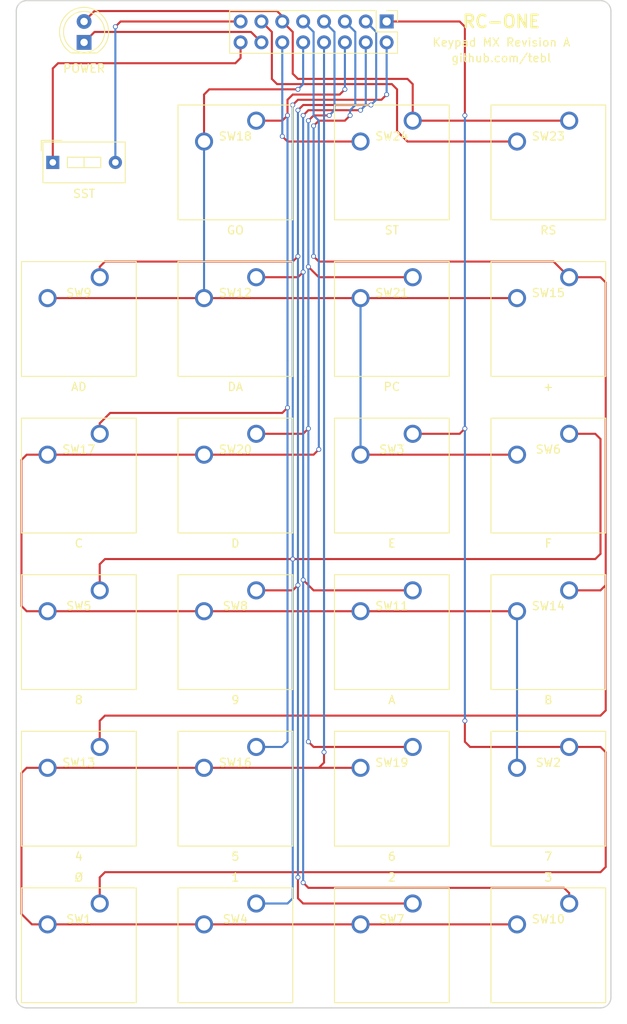
<source format=kicad_pcb>
(kicad_pcb (version 4) (host pcbnew 4.0.7)

  (general
    (links 50)
    (no_connects 0)
    (area 82.274999 52.629999 159.025001 177.440001)
    (thickness 1.6)
    (drawings 14)
    (tracks 233)
    (zones 0)
    (modules 26)
    (nets 17)
  )

  (page A4)
  (layers
    (0 F.Cu signal)
    (31 B.Cu signal)
    (32 B.Adhes user)
    (33 F.Adhes user)
    (34 B.Paste user)
    (35 F.Paste user)
    (36 B.SilkS user)
    (37 F.SilkS user)
    (38 B.Mask user)
    (39 F.Mask user)
    (40 Dwgs.User user)
    (41 Cmts.User user)
    (42 Eco1.User user)
    (43 Eco2.User user)
    (44 Edge.Cuts user)
    (45 Margin user)
    (46 B.CrtYd user)
    (47 F.CrtYd user)
    (48 B.Fab user)
    (49 F.Fab user)
  )

  (setup
    (last_trace_width 0.25)
    (trace_clearance 0.2)
    (zone_clearance 0.508)
    (zone_45_only no)
    (trace_min 0.2)
    (segment_width 0.2)
    (edge_width 0.15)
    (via_size 0.6)
    (via_drill 0.4)
    (via_min_size 0.4)
    (via_min_drill 0.3)
    (uvia_size 0.3)
    (uvia_drill 0.1)
    (uvias_allowed no)
    (uvia_min_size 0.2)
    (uvia_min_drill 0.1)
    (pcb_text_width 0.3)
    (pcb_text_size 1.5 1.5)
    (mod_edge_width 0.15)
    (mod_text_size 1 1)
    (mod_text_width 0.15)
    (pad_size 1.524 1.524)
    (pad_drill 0.762)
    (pad_to_mask_clearance 0.2)
    (aux_axis_origin 0 0)
    (grid_origin 123.825 67.31)
    (visible_elements 7FFFFFFF)
    (pcbplotparams
      (layerselection 0x011fc_80000001)
      (usegerberextensions true)
      (excludeedgelayer true)
      (linewidth 0.100000)
      (plotframeref false)
      (viasonmask false)
      (mode 1)
      (useauxorigin false)
      (hpglpennumber 1)
      (hpglpenspeed 20)
      (hpglpendiameter 15)
      (hpglpenoverlay 2)
      (psnegative false)
      (psa4output false)
      (plotreference true)
      (plotvalue true)
      (plotinvisibletext false)
      (padsonsilk false)
      (subtractmaskfromsilk false)
      (outputformat 1)
      (mirror false)
      (drillshape 0)
      (scaleselection 1)
      (outputdirectory export/))
  )

  (net 0 "")
  (net 1 "Net-(D1-Pad1)")
  (net 2 "Net-(D1-Pad2)")
  (net 3 /PA6)
  (net 4 /PA5)
  (net 5 /PA4)
  (net 6 /PA3)
  (net 7 /PA2)
  (net 8 /PA1)
  (net 9 /PA0)
  (net 10 /ROW0)
  (net 11 /ROW1)
  (net 12 /ROW2)
  (net 13 "Net-(J1-Pad12)")
  (net 14 "Net-(J1-Pad13)")
  (net 15 "Net-(J1-Pad15)")
  (net 16 "Net-(J1-Pad16)")

  (net_class Default "This is the default net class."
    (clearance 0.2)
    (trace_width 0.25)
    (via_dia 0.6)
    (via_drill 0.4)
    (uvia_dia 0.3)
    (uvia_drill 0.1)
    (add_net /PA0)
    (add_net /PA1)
    (add_net /PA2)
    (add_net /PA3)
    (add_net /PA4)
    (add_net /PA5)
    (add_net /PA6)
    (add_net /ROW0)
    (add_net /ROW1)
    (add_net /ROW2)
    (add_net "Net-(D1-Pad1)")
    (add_net "Net-(D1-Pad2)")
    (add_net "Net-(J1-Pad12)")
    (add_net "Net-(J1-Pad13)")
    (add_net "Net-(J1-Pad15)")
    (add_net "Net-(J1-Pad16)")
  )

  (module Button_Switch_Keyboard:SW_Cherry_MX_1.00u_PCB (layer F.Cu) (tedit 5D629E8B) (tstamp 5D6284B0)
    (at 113.665 67.31)
    (descr "Cherry MX keyswitch, 1.00u, PCB mount, http://cherryamericas.com/wp-content/uploads/2014/12/mx_cat.pdf")
    (tags "Cherry MX keyswitch 1.00u PCB")
    (path /5D61DCE2)
    (fp_text reference SW18 (at -2.54 1.905) (layer F.SilkS)
      (effects (font (size 1 1) (thickness 0.15)))
    )
    (fp_text value GO (at -2.54 13.335) (layer F.SilkS)
      (effects (font (size 1 1) (thickness 0.15)))
    )
    (fp_text user %R (at -2.54 -2.794) (layer F.Fab)
      (effects (font (size 1 1) (thickness 0.15)))
    )
    (fp_line (start -8.89 -1.27) (end 3.81 -1.27) (layer F.Fab) (width 0.1))
    (fp_line (start 3.81 -1.27) (end 3.81 11.43) (layer F.Fab) (width 0.1))
    (fp_line (start 3.81 11.43) (end -8.89 11.43) (layer F.Fab) (width 0.1))
    (fp_line (start -8.89 11.43) (end -8.89 -1.27) (layer F.Fab) (width 0.1))
    (fp_line (start -9.14 11.68) (end -9.14 -1.52) (layer F.CrtYd) (width 0.05))
    (fp_line (start 4.06 11.68) (end -9.14 11.68) (layer F.CrtYd) (width 0.05))
    (fp_line (start 4.06 -1.52) (end 4.06 11.68) (layer F.CrtYd) (width 0.05))
    (fp_line (start -9.14 -1.52) (end 4.06 -1.52) (layer F.CrtYd) (width 0.05))
    (fp_line (start -12.065 -4.445) (end 6.985 -4.445) (layer Dwgs.User) (width 0.15))
    (fp_line (start 6.985 -4.445) (end 6.985 14.605) (layer Dwgs.User) (width 0.15))
    (fp_line (start 6.985 14.605) (end -12.065 14.605) (layer Dwgs.User) (width 0.15))
    (fp_line (start -12.065 14.605) (end -12.065 -4.445) (layer Dwgs.User) (width 0.15))
    (fp_line (start -9.525 -1.905) (end 4.445 -1.905) (layer F.SilkS) (width 0.12))
    (fp_line (start 4.445 -1.905) (end 4.445 12.065) (layer F.SilkS) (width 0.12))
    (fp_line (start 4.445 12.065) (end -9.525 12.065) (layer F.SilkS) (width 0.12))
    (fp_line (start -9.525 12.065) (end -9.525 -1.905) (layer F.SilkS) (width 0.12))
    (pad 1 thru_hole circle (at 0 0) (size 2.2 2.2) (drill 1.5) (layers *.Cu *.Mask)
      (net 8 /PA1))
    (pad 2 thru_hole circle (at -6.35 2.54) (size 2.2 2.2) (drill 1.5) (layers *.Cu *.Mask)
      (net 12 /ROW2))
    (pad "" np_thru_hole circle (at -2.54 5.08) (size 4 4) (drill 4) (layers *.Cu *.Mask))
    (pad "" np_thru_hole circle (at -7.62 5.08) (size 1.7 1.7) (drill 1.7) (layers *.Cu *.Mask))
    (pad "" np_thru_hole circle (at 2.54 5.08) (size 1.7 1.7) (drill 1.7) (layers *.Cu *.Mask))
    (model ${KISYS3DMOD}/Button_Switch_Keyboard.3dshapes/SW_Cherry_MX_1.00u_PCB.wrl
      (at (xyz 0 0 0))
      (scale (xyz 1 1 1))
      (rotate (xyz 0 0 0))
    )
  )

  (module LEDs:LED_D5.0mm (layer F.Cu) (tedit 5D629B76) (tstamp 5D6282C8)
    (at 92.71 57.785 90)
    (descr "LED, diameter 5.0mm, 2 pins, http://cdn-reichelt.de/documents/datenblatt/A500/LL-504BC2E-009.pdf")
    (tags "LED diameter 5.0mm 2 pins")
    (path /5D630229)
    (fp_text reference D1 (at 1.27 -3.96 90) (layer F.Fab)
      (effects (font (size 1 1) (thickness 0.15)))
    )
    (fp_text value PWR (at 1.27 3.96 90) (layer F.Fab)
      (effects (font (size 1 1) (thickness 0.15)))
    )
    (fp_arc (start 1.27 0) (end -1.23 -1.469694) (angle 299.1) (layer F.Fab) (width 0.1))
    (fp_arc (start 1.27 0) (end -1.29 -1.54483) (angle 148.9) (layer F.SilkS) (width 0.12))
    (fp_arc (start 1.27 0) (end -1.29 1.54483) (angle -148.9) (layer F.SilkS) (width 0.12))
    (fp_circle (center 1.27 0) (end 3.77 0) (layer F.Fab) (width 0.1))
    (fp_circle (center 1.27 0) (end 3.77 0) (layer F.SilkS) (width 0.12))
    (fp_line (start -1.23 -1.469694) (end -1.23 1.469694) (layer F.Fab) (width 0.1))
    (fp_line (start -1.29 -1.545) (end -1.29 1.545) (layer F.SilkS) (width 0.12))
    (fp_line (start -1.95 -3.25) (end -1.95 3.25) (layer F.CrtYd) (width 0.05))
    (fp_line (start -1.95 3.25) (end 4.5 3.25) (layer F.CrtYd) (width 0.05))
    (fp_line (start 4.5 3.25) (end 4.5 -3.25) (layer F.CrtYd) (width 0.05))
    (fp_line (start 4.5 -3.25) (end -1.95 -3.25) (layer F.CrtYd) (width 0.05))
    (fp_text user %R (at 1.25 0 90) (layer F.Fab)
      (effects (font (size 0.8 0.8) (thickness 0.2)))
    )
    (pad 1 thru_hole rect (at 0 0 90) (size 1.8 1.8) (drill 0.9) (layers *.Cu *.Mask)
      (net 1 "Net-(D1-Pad1)"))
    (pad 2 thru_hole circle (at 2.54 0 90) (size 1.8 1.8) (drill 0.9) (layers *.Cu *.Mask)
      (net 2 "Net-(D1-Pad2)"))
    (model ${KISYS3DMOD}/LEDs.3dshapes/LED_D5.0mm.wrl
      (at (xyz 0 0 0))
      (scale (xyz 0.393701 0.393701 0.393701))
      (rotate (xyz 0 0 0))
    )
  )

  (module Pin_Headers:Pin_Header_Straight_2x08_Pitch2.54mm (layer F.Cu) (tedit 5D72494E) (tstamp 5D6282DC)
    (at 129.54 55.245 270)
    (descr "Through hole straight pin header, 2x08, 2.54mm pitch, double rows")
    (tags "Through hole pin header THT 2x08 2.54mm double row")
    (path /5D62D671)
    (fp_text reference J1 (at 1.27 -2.33 270) (layer F.Fab)
      (effects (font (size 1 1) (thickness 0.15)))
    )
    (fp_text value KB (at 1.27 20.11 270) (layer F.Fab)
      (effects (font (size 1 1) (thickness 0.15)))
    )
    (fp_line (start 0 -1.27) (end 3.81 -1.27) (layer F.Fab) (width 0.1))
    (fp_line (start 3.81 -1.27) (end 3.81 19.05) (layer F.Fab) (width 0.1))
    (fp_line (start 3.81 19.05) (end -1.27 19.05) (layer F.Fab) (width 0.1))
    (fp_line (start -1.27 19.05) (end -1.27 0) (layer F.Fab) (width 0.1))
    (fp_line (start -1.27 0) (end 0 -1.27) (layer F.Fab) (width 0.1))
    (fp_line (start -1.33 19.11) (end 3.87 19.11) (layer F.SilkS) (width 0.12))
    (fp_line (start -1.33 1.27) (end -1.33 19.11) (layer F.SilkS) (width 0.12))
    (fp_line (start 3.87 -1.33) (end 3.87 19.11) (layer F.SilkS) (width 0.12))
    (fp_line (start -1.33 1.27) (end 1.27 1.27) (layer F.SilkS) (width 0.12))
    (fp_line (start 1.27 1.27) (end 1.27 -1.33) (layer F.SilkS) (width 0.12))
    (fp_line (start 1.27 -1.33) (end 3.87 -1.33) (layer F.SilkS) (width 0.12))
    (fp_line (start -1.33 0) (end -1.33 -1.33) (layer F.SilkS) (width 0.12))
    (fp_line (start -1.33 -1.33) (end 0 -1.33) (layer F.SilkS) (width 0.12))
    (fp_line (start -1.8 -1.8) (end -1.8 19.55) (layer F.CrtYd) (width 0.05))
    (fp_line (start -1.8 19.55) (end 4.35 19.55) (layer F.CrtYd) (width 0.05))
    (fp_line (start 4.35 19.55) (end 4.35 -1.8) (layer F.CrtYd) (width 0.05))
    (fp_line (start 4.35 -1.8) (end -1.8 -1.8) (layer F.CrtYd) (width 0.05))
    (fp_text user %R (at 1.27 8.89 360) (layer F.Fab)
      (effects (font (size 1 1) (thickness 0.15)))
    )
    (pad 1 thru_hole rect (at 0 0 270) (size 1.7 1.7) (drill 1) (layers *.Cu *.Mask)
      (net 3 /PA6))
    (pad 2 thru_hole oval (at 2.54 0 270) (size 1.7 1.7) (drill 1) (layers *.Cu *.Mask)
      (net 4 /PA5))
    (pad 3 thru_hole oval (at 0 2.54 270) (size 1.7 1.7) (drill 1) (layers *.Cu *.Mask)
      (net 5 /PA4))
    (pad 4 thru_hole oval (at 2.54 2.54 270) (size 1.7 1.7) (drill 1) (layers *.Cu *.Mask)
      (net 6 /PA3))
    (pad 5 thru_hole oval (at 0 5.08 270) (size 1.7 1.7) (drill 1) (layers *.Cu *.Mask)
      (net 7 /PA2))
    (pad 6 thru_hole oval (at 2.54 5.08 270) (size 1.7 1.7) (drill 1) (layers *.Cu *.Mask)
      (net 8 /PA1))
    (pad 7 thru_hole oval (at 0 7.62 270) (size 1.7 1.7) (drill 1) (layers *.Cu *.Mask)
      (net 9 /PA0))
    (pad 8 thru_hole oval (at 2.54 7.62 270) (size 1.7 1.7) (drill 1) (layers *.Cu *.Mask)
      (net 10 /ROW0))
    (pad 9 thru_hole oval (at 0 10.16 270) (size 1.7 1.7) (drill 1) (layers *.Cu *.Mask)
      (net 11 /ROW1))
    (pad 10 thru_hole oval (at 2.54 10.16 270) (size 1.7 1.7) (drill 1) (layers *.Cu *.Mask)
      (net 12 /ROW2))
    (pad 11 thru_hole oval (at 0 12.7 270) (size 1.7 1.7) (drill 1) (layers *.Cu *.Mask)
      (net 2 "Net-(D1-Pad2)"))
    (pad 12 thru_hole oval (at 2.54 12.7 270) (size 1.7 1.7) (drill 1) (layers *.Cu *.Mask)
      (net 13 "Net-(J1-Pad12)"))
    (pad 13 thru_hole oval (at 0 15.24 270) (size 1.7 1.7) (drill 1) (layers *.Cu *.Mask)
      (net 14 "Net-(J1-Pad13)"))
    (pad 14 thru_hole oval (at 2.54 15.24 270) (size 1.7 1.7) (drill 1) (layers *.Cu *.Mask)
      (net 1 "Net-(D1-Pad1)"))
    (pad 15 thru_hole oval (at 0 17.78 270) (size 1.7 1.7) (drill 1) (layers *.Cu *.Mask)
      (net 15 "Net-(J1-Pad15)"))
    (pad 16 thru_hole oval (at 2.54 17.78 270) (size 1.7 1.7) (drill 1) (layers *.Cu *.Mask)
      (net 16 "Net-(J1-Pad16)"))
    (model ${KISYS3DMOD}/Pin_Headers.3dshapes/Pin_Header_Straight_2x08_Pitch2.54mm.wrl
      (at (xyz 0 0 0))
      (scale (xyz 1 1 1))
      (rotate (xyz 0 0 0))
    )
  )

  (module Button_Switch_Keyboard:SW_Cherry_MX_1.00u_PCB (layer F.Cu) (tedit 5D629EEC) (tstamp 5D6282F6)
    (at 94.615 162.56)
    (descr "Cherry MX keyswitch, 1.00u, PCB mount, http://cherryamericas.com/wp-content/uploads/2014/12/mx_cat.pdf")
    (tags "Cherry MX keyswitch 1.00u PCB")
    (path /5D61DCD5)
    (fp_text reference SW1 (at -2.54 1.905) (layer F.SilkS)
      (effects (font (size 1 1) (thickness 0.15)))
    )
    (fp_text value Ø (at -2.54 -3.175) (layer F.SilkS)
      (effects (font (size 1 1) (thickness 0.15)))
    )
    (fp_text user %R (at -2.54 -2.794) (layer F.Fab)
      (effects (font (size 1 1) (thickness 0.15)))
    )
    (fp_line (start -8.89 -1.27) (end 3.81 -1.27) (layer F.Fab) (width 0.1))
    (fp_line (start 3.81 -1.27) (end 3.81 11.43) (layer F.Fab) (width 0.1))
    (fp_line (start 3.81 11.43) (end -8.89 11.43) (layer F.Fab) (width 0.1))
    (fp_line (start -8.89 11.43) (end -8.89 -1.27) (layer F.Fab) (width 0.1))
    (fp_line (start -9.14 11.68) (end -9.14 -1.52) (layer F.CrtYd) (width 0.05))
    (fp_line (start 4.06 11.68) (end -9.14 11.68) (layer F.CrtYd) (width 0.05))
    (fp_line (start 4.06 -1.52) (end 4.06 11.68) (layer F.CrtYd) (width 0.05))
    (fp_line (start -9.14 -1.52) (end 4.06 -1.52) (layer F.CrtYd) (width 0.05))
    (fp_line (start -12.065 -4.445) (end 6.985 -4.445) (layer Dwgs.User) (width 0.15))
    (fp_line (start 6.985 -4.445) (end 6.985 14.605) (layer Dwgs.User) (width 0.15))
    (fp_line (start 6.985 14.605) (end -12.065 14.605) (layer Dwgs.User) (width 0.15))
    (fp_line (start -12.065 14.605) (end -12.065 -4.445) (layer Dwgs.User) (width 0.15))
    (fp_line (start -9.525 -1.905) (end 4.445 -1.905) (layer F.SilkS) (width 0.12))
    (fp_line (start 4.445 -1.905) (end 4.445 12.065) (layer F.SilkS) (width 0.12))
    (fp_line (start 4.445 12.065) (end -9.525 12.065) (layer F.SilkS) (width 0.12))
    (fp_line (start -9.525 12.065) (end -9.525 -1.905) (layer F.SilkS) (width 0.12))
    (pad 1 thru_hole circle (at 0 0) (size 2.2 2.2) (drill 1.5) (layers *.Cu *.Mask)
      (net 3 /PA6))
    (pad 2 thru_hole circle (at -6.35 2.54) (size 2.2 2.2) (drill 1.5) (layers *.Cu *.Mask)
      (net 10 /ROW0))
    (pad "" np_thru_hole circle (at -2.54 5.08) (size 4 4) (drill 4) (layers *.Cu *.Mask))
    (pad "" np_thru_hole circle (at -7.62 5.08) (size 1.7 1.7) (drill 1.7) (layers *.Cu *.Mask))
    (pad "" np_thru_hole circle (at 2.54 5.08) (size 1.7 1.7) (drill 1.7) (layers *.Cu *.Mask))
    (model ${KISYS3DMOD}/Button_Switch_Keyboard.3dshapes/SW_Cherry_MX_1.00u_PCB.wrl
      (at (xyz 0 0 0))
      (scale (xyz 1 1 1))
      (rotate (xyz 0 0 0))
    )
  )

  (module Button_Switch_Keyboard:SW_Cherry_MX_1.00u_PCB (layer F.Cu) (tedit 5D629ED9) (tstamp 5D628310)
    (at 151.765 143.51)
    (descr "Cherry MX keyswitch, 1.00u, PCB mount, http://cherryamericas.com/wp-content/uploads/2014/12/mx_cat.pdf")
    (tags "Cherry MX keyswitch 1.00u PCB")
    (path /5D61DCD2)
    (fp_text reference SW2 (at -2.54 1.905) (layer F.SilkS)
      (effects (font (size 1 1) (thickness 0.15)))
    )
    (fp_text value 7 (at -2.54 13.335) (layer F.SilkS)
      (effects (font (size 1 1) (thickness 0.15)))
    )
    (fp_text user %R (at -2.54 -2.794) (layer F.Fab)
      (effects (font (size 1 1) (thickness 0.15)))
    )
    (fp_line (start -8.89 -1.27) (end 3.81 -1.27) (layer F.Fab) (width 0.1))
    (fp_line (start 3.81 -1.27) (end 3.81 11.43) (layer F.Fab) (width 0.1))
    (fp_line (start 3.81 11.43) (end -8.89 11.43) (layer F.Fab) (width 0.1))
    (fp_line (start -8.89 11.43) (end -8.89 -1.27) (layer F.Fab) (width 0.1))
    (fp_line (start -9.14 11.68) (end -9.14 -1.52) (layer F.CrtYd) (width 0.05))
    (fp_line (start 4.06 11.68) (end -9.14 11.68) (layer F.CrtYd) (width 0.05))
    (fp_line (start 4.06 -1.52) (end 4.06 11.68) (layer F.CrtYd) (width 0.05))
    (fp_line (start -9.14 -1.52) (end 4.06 -1.52) (layer F.CrtYd) (width 0.05))
    (fp_line (start -12.065 -4.445) (end 6.985 -4.445) (layer Dwgs.User) (width 0.15))
    (fp_line (start 6.985 -4.445) (end 6.985 14.605) (layer Dwgs.User) (width 0.15))
    (fp_line (start 6.985 14.605) (end -12.065 14.605) (layer Dwgs.User) (width 0.15))
    (fp_line (start -12.065 14.605) (end -12.065 -4.445) (layer Dwgs.User) (width 0.15))
    (fp_line (start -9.525 -1.905) (end 4.445 -1.905) (layer F.SilkS) (width 0.12))
    (fp_line (start 4.445 -1.905) (end 4.445 12.065) (layer F.SilkS) (width 0.12))
    (fp_line (start 4.445 12.065) (end -9.525 12.065) (layer F.SilkS) (width 0.12))
    (fp_line (start -9.525 12.065) (end -9.525 -1.905) (layer F.SilkS) (width 0.12))
    (pad 1 thru_hole circle (at 0 0) (size 2.2 2.2) (drill 1.5) (layers *.Cu *.Mask)
      (net 3 /PA6))
    (pad 2 thru_hole circle (at -6.35 2.54) (size 2.2 2.2) (drill 1.5) (layers *.Cu *.Mask)
      (net 11 /ROW1))
    (pad "" np_thru_hole circle (at -2.54 5.08) (size 4 4) (drill 4) (layers *.Cu *.Mask))
    (pad "" np_thru_hole circle (at -7.62 5.08) (size 1.7 1.7) (drill 1.7) (layers *.Cu *.Mask))
    (pad "" np_thru_hole circle (at 2.54 5.08) (size 1.7 1.7) (drill 1.7) (layers *.Cu *.Mask))
    (model ${KISYS3DMOD}/Button_Switch_Keyboard.3dshapes/SW_Cherry_MX_1.00u_PCB.wrl
      (at (xyz 0 0 0))
      (scale (xyz 1 1 1))
      (rotate (xyz 0 0 0))
    )
  )

  (module Button_Switch_Keyboard:SW_Cherry_MX_1.00u_PCB (layer F.Cu) (tedit 5D629EB6) (tstamp 5D62832A)
    (at 132.715 105.41)
    (descr "Cherry MX keyswitch, 1.00u, PCB mount, http://cherryamericas.com/wp-content/uploads/2014/12/mx_cat.pdf")
    (tags "Cherry MX keyswitch 1.00u PCB")
    (path /5D61DCC9)
    (fp_text reference SW3 (at -2.54 1.905) (layer F.SilkS)
      (effects (font (size 1 1) (thickness 0.15)))
    )
    (fp_text value E (at -2.54 13.335) (layer F.SilkS)
      (effects (font (size 1 1) (thickness 0.15)))
    )
    (fp_text user %R (at -2.54 -2.794) (layer F.Fab)
      (effects (font (size 1 1) (thickness 0.15)))
    )
    (fp_line (start -8.89 -1.27) (end 3.81 -1.27) (layer F.Fab) (width 0.1))
    (fp_line (start 3.81 -1.27) (end 3.81 11.43) (layer F.Fab) (width 0.1))
    (fp_line (start 3.81 11.43) (end -8.89 11.43) (layer F.Fab) (width 0.1))
    (fp_line (start -8.89 11.43) (end -8.89 -1.27) (layer F.Fab) (width 0.1))
    (fp_line (start -9.14 11.68) (end -9.14 -1.52) (layer F.CrtYd) (width 0.05))
    (fp_line (start 4.06 11.68) (end -9.14 11.68) (layer F.CrtYd) (width 0.05))
    (fp_line (start 4.06 -1.52) (end 4.06 11.68) (layer F.CrtYd) (width 0.05))
    (fp_line (start -9.14 -1.52) (end 4.06 -1.52) (layer F.CrtYd) (width 0.05))
    (fp_line (start -12.065 -4.445) (end 6.985 -4.445) (layer Dwgs.User) (width 0.15))
    (fp_line (start 6.985 -4.445) (end 6.985 14.605) (layer Dwgs.User) (width 0.15))
    (fp_line (start 6.985 14.605) (end -12.065 14.605) (layer Dwgs.User) (width 0.15))
    (fp_line (start -12.065 14.605) (end -12.065 -4.445) (layer Dwgs.User) (width 0.15))
    (fp_line (start -9.525 -1.905) (end 4.445 -1.905) (layer F.SilkS) (width 0.12))
    (fp_line (start 4.445 -1.905) (end 4.445 12.065) (layer F.SilkS) (width 0.12))
    (fp_line (start 4.445 12.065) (end -9.525 12.065) (layer F.SilkS) (width 0.12))
    (fp_line (start -9.525 12.065) (end -9.525 -1.905) (layer F.SilkS) (width 0.12))
    (pad 1 thru_hole circle (at 0 0) (size 2.2 2.2) (drill 1.5) (layers *.Cu *.Mask)
      (net 3 /PA6))
    (pad 2 thru_hole circle (at -6.35 2.54) (size 2.2 2.2) (drill 1.5) (layers *.Cu *.Mask)
      (net 12 /ROW2))
    (pad "" np_thru_hole circle (at -2.54 5.08) (size 4 4) (drill 4) (layers *.Cu *.Mask))
    (pad "" np_thru_hole circle (at -7.62 5.08) (size 1.7 1.7) (drill 1.7) (layers *.Cu *.Mask))
    (pad "" np_thru_hole circle (at 2.54 5.08) (size 1.7 1.7) (drill 1.7) (layers *.Cu *.Mask))
    (model ${KISYS3DMOD}/Button_Switch_Keyboard.3dshapes/SW_Cherry_MX_1.00u_PCB.wrl
      (at (xyz 0 0 0))
      (scale (xyz 1 1 1))
      (rotate (xyz 0 0 0))
    )
  )

  (module Button_Switch_Keyboard:SW_Cherry_MX_1.00u_PCB (layer F.Cu) (tedit 5D629EE8) (tstamp 5D628344)
    (at 113.665 162.56)
    (descr "Cherry MX keyswitch, 1.00u, PCB mount, http://cherryamericas.com/wp-content/uploads/2014/12/mx_cat.pdf")
    (tags "Cherry MX keyswitch 1.00u PCB")
    (path /5D61DCC6)
    (fp_text reference SW4 (at -2.54 1.905) (layer F.SilkS)
      (effects (font (size 1 1) (thickness 0.15)))
    )
    (fp_text value 1 (at -2.54 -3.175) (layer F.SilkS)
      (effects (font (size 1 1) (thickness 0.15)))
    )
    (fp_text user %R (at -2.54 -2.794) (layer F.Fab)
      (effects (font (size 1 1) (thickness 0.15)))
    )
    (fp_line (start -8.89 -1.27) (end 3.81 -1.27) (layer F.Fab) (width 0.1))
    (fp_line (start 3.81 -1.27) (end 3.81 11.43) (layer F.Fab) (width 0.1))
    (fp_line (start 3.81 11.43) (end -8.89 11.43) (layer F.Fab) (width 0.1))
    (fp_line (start -8.89 11.43) (end -8.89 -1.27) (layer F.Fab) (width 0.1))
    (fp_line (start -9.14 11.68) (end -9.14 -1.52) (layer F.CrtYd) (width 0.05))
    (fp_line (start 4.06 11.68) (end -9.14 11.68) (layer F.CrtYd) (width 0.05))
    (fp_line (start 4.06 -1.52) (end 4.06 11.68) (layer F.CrtYd) (width 0.05))
    (fp_line (start -9.14 -1.52) (end 4.06 -1.52) (layer F.CrtYd) (width 0.05))
    (fp_line (start -12.065 -4.445) (end 6.985 -4.445) (layer Dwgs.User) (width 0.15))
    (fp_line (start 6.985 -4.445) (end 6.985 14.605) (layer Dwgs.User) (width 0.15))
    (fp_line (start 6.985 14.605) (end -12.065 14.605) (layer Dwgs.User) (width 0.15))
    (fp_line (start -12.065 14.605) (end -12.065 -4.445) (layer Dwgs.User) (width 0.15))
    (fp_line (start -9.525 -1.905) (end 4.445 -1.905) (layer F.SilkS) (width 0.12))
    (fp_line (start 4.445 -1.905) (end 4.445 12.065) (layer F.SilkS) (width 0.12))
    (fp_line (start 4.445 12.065) (end -9.525 12.065) (layer F.SilkS) (width 0.12))
    (fp_line (start -9.525 12.065) (end -9.525 -1.905) (layer F.SilkS) (width 0.12))
    (pad 1 thru_hole circle (at 0 0) (size 2.2 2.2) (drill 1.5) (layers *.Cu *.Mask)
      (net 4 /PA5))
    (pad 2 thru_hole circle (at -6.35 2.54) (size 2.2 2.2) (drill 1.5) (layers *.Cu *.Mask)
      (net 10 /ROW0))
    (pad "" np_thru_hole circle (at -2.54 5.08) (size 4 4) (drill 4) (layers *.Cu *.Mask))
    (pad "" np_thru_hole circle (at -7.62 5.08) (size 1.7 1.7) (drill 1.7) (layers *.Cu *.Mask))
    (pad "" np_thru_hole circle (at 2.54 5.08) (size 1.7 1.7) (drill 1.7) (layers *.Cu *.Mask))
    (model ${KISYS3DMOD}/Button_Switch_Keyboard.3dshapes/SW_Cherry_MX_1.00u_PCB.wrl
      (at (xyz 0 0 0))
      (scale (xyz 1 1 1))
      (rotate (xyz 0 0 0))
    )
  )

  (module Button_Switch_Keyboard:SW_Cherry_MX_1.00u_PCB (layer F.Cu) (tedit 5D629EC8) (tstamp 5D62835E)
    (at 94.615 124.46)
    (descr "Cherry MX keyswitch, 1.00u, PCB mount, http://cherryamericas.com/wp-content/uploads/2014/12/mx_cat.pdf")
    (tags "Cherry MX keyswitch 1.00u PCB")
    (path /5D61DCD3)
    (fp_text reference SW5 (at -2.54 1.905) (layer F.SilkS)
      (effects (font (size 1 1) (thickness 0.15)))
    )
    (fp_text value 8 (at -2.54 13.335) (layer F.SilkS)
      (effects (font (size 1 1) (thickness 0.15)))
    )
    (fp_text user %R (at -2.54 -2.794) (layer F.Fab)
      (effects (font (size 1 1) (thickness 0.15)))
    )
    (fp_line (start -8.89 -1.27) (end 3.81 -1.27) (layer F.Fab) (width 0.1))
    (fp_line (start 3.81 -1.27) (end 3.81 11.43) (layer F.Fab) (width 0.1))
    (fp_line (start 3.81 11.43) (end -8.89 11.43) (layer F.Fab) (width 0.1))
    (fp_line (start -8.89 11.43) (end -8.89 -1.27) (layer F.Fab) (width 0.1))
    (fp_line (start -9.14 11.68) (end -9.14 -1.52) (layer F.CrtYd) (width 0.05))
    (fp_line (start 4.06 11.68) (end -9.14 11.68) (layer F.CrtYd) (width 0.05))
    (fp_line (start 4.06 -1.52) (end 4.06 11.68) (layer F.CrtYd) (width 0.05))
    (fp_line (start -9.14 -1.52) (end 4.06 -1.52) (layer F.CrtYd) (width 0.05))
    (fp_line (start -12.065 -4.445) (end 6.985 -4.445) (layer Dwgs.User) (width 0.15))
    (fp_line (start 6.985 -4.445) (end 6.985 14.605) (layer Dwgs.User) (width 0.15))
    (fp_line (start 6.985 14.605) (end -12.065 14.605) (layer Dwgs.User) (width 0.15))
    (fp_line (start -12.065 14.605) (end -12.065 -4.445) (layer Dwgs.User) (width 0.15))
    (fp_line (start -9.525 -1.905) (end 4.445 -1.905) (layer F.SilkS) (width 0.12))
    (fp_line (start 4.445 -1.905) (end 4.445 12.065) (layer F.SilkS) (width 0.12))
    (fp_line (start 4.445 12.065) (end -9.525 12.065) (layer F.SilkS) (width 0.12))
    (fp_line (start -9.525 12.065) (end -9.525 -1.905) (layer F.SilkS) (width 0.12))
    (pad 1 thru_hole circle (at 0 0) (size 2.2 2.2) (drill 1.5) (layers *.Cu *.Mask)
      (net 4 /PA5))
    (pad 2 thru_hole circle (at -6.35 2.54) (size 2.2 2.2) (drill 1.5) (layers *.Cu *.Mask)
      (net 11 /ROW1))
    (pad "" np_thru_hole circle (at -2.54 5.08) (size 4 4) (drill 4) (layers *.Cu *.Mask))
    (pad "" np_thru_hole circle (at -7.62 5.08) (size 1.7 1.7) (drill 1.7) (layers *.Cu *.Mask))
    (pad "" np_thru_hole circle (at 2.54 5.08) (size 1.7 1.7) (drill 1.7) (layers *.Cu *.Mask))
    (model ${KISYS3DMOD}/Button_Switch_Keyboard.3dshapes/SW_Cherry_MX_1.00u_PCB.wrl
      (at (xyz 0 0 0))
      (scale (xyz 1 1 1))
      (rotate (xyz 0 0 0))
    )
  )

  (module Button_Switch_Keyboard:SW_Cherry_MX_1.00u_PCB (layer F.Cu) (tedit 5D629EB9) (tstamp 5D628378)
    (at 151.765 105.41)
    (descr "Cherry MX keyswitch, 1.00u, PCB mount, http://cherryamericas.com/wp-content/uploads/2014/12/mx_cat.pdf")
    (tags "Cherry MX keyswitch 1.00u PCB")
    (path /5D61DCCD)
    (fp_text reference SW6 (at -2.54 1.905) (layer F.SilkS)
      (effects (font (size 1 1) (thickness 0.15)))
    )
    (fp_text value F (at -2.54 13.335) (layer F.SilkS)
      (effects (font (size 1 1) (thickness 0.15)))
    )
    (fp_text user %R (at -2.54 -2.794) (layer F.Fab)
      (effects (font (size 1 1) (thickness 0.15)))
    )
    (fp_line (start -8.89 -1.27) (end 3.81 -1.27) (layer F.Fab) (width 0.1))
    (fp_line (start 3.81 -1.27) (end 3.81 11.43) (layer F.Fab) (width 0.1))
    (fp_line (start 3.81 11.43) (end -8.89 11.43) (layer F.Fab) (width 0.1))
    (fp_line (start -8.89 11.43) (end -8.89 -1.27) (layer F.Fab) (width 0.1))
    (fp_line (start -9.14 11.68) (end -9.14 -1.52) (layer F.CrtYd) (width 0.05))
    (fp_line (start 4.06 11.68) (end -9.14 11.68) (layer F.CrtYd) (width 0.05))
    (fp_line (start 4.06 -1.52) (end 4.06 11.68) (layer F.CrtYd) (width 0.05))
    (fp_line (start -9.14 -1.52) (end 4.06 -1.52) (layer F.CrtYd) (width 0.05))
    (fp_line (start -12.065 -4.445) (end 6.985 -4.445) (layer Dwgs.User) (width 0.15))
    (fp_line (start 6.985 -4.445) (end 6.985 14.605) (layer Dwgs.User) (width 0.15))
    (fp_line (start 6.985 14.605) (end -12.065 14.605) (layer Dwgs.User) (width 0.15))
    (fp_line (start -12.065 14.605) (end -12.065 -4.445) (layer Dwgs.User) (width 0.15))
    (fp_line (start -9.525 -1.905) (end 4.445 -1.905) (layer F.SilkS) (width 0.12))
    (fp_line (start 4.445 -1.905) (end 4.445 12.065) (layer F.SilkS) (width 0.12))
    (fp_line (start 4.445 12.065) (end -9.525 12.065) (layer F.SilkS) (width 0.12))
    (fp_line (start -9.525 12.065) (end -9.525 -1.905) (layer F.SilkS) (width 0.12))
    (pad 1 thru_hole circle (at 0 0) (size 2.2 2.2) (drill 1.5) (layers *.Cu *.Mask)
      (net 4 /PA5))
    (pad 2 thru_hole circle (at -6.35 2.54) (size 2.2 2.2) (drill 1.5) (layers *.Cu *.Mask)
      (net 12 /ROW2))
    (pad "" np_thru_hole circle (at -2.54 5.08) (size 4 4) (drill 4) (layers *.Cu *.Mask))
    (pad "" np_thru_hole circle (at -7.62 5.08) (size 1.7 1.7) (drill 1.7) (layers *.Cu *.Mask))
    (pad "" np_thru_hole circle (at 2.54 5.08) (size 1.7 1.7) (drill 1.7) (layers *.Cu *.Mask))
    (model ${KISYS3DMOD}/Button_Switch_Keyboard.3dshapes/SW_Cherry_MX_1.00u_PCB.wrl
      (at (xyz 0 0 0))
      (scale (xyz 1 1 1))
      (rotate (xyz 0 0 0))
    )
  )

  (module Button_Switch_Keyboard:SW_Cherry_MX_1.00u_PCB (layer F.Cu) (tedit 5D629EE3) (tstamp 5D628392)
    (at 132.715 162.56)
    (descr "Cherry MX keyswitch, 1.00u, PCB mount, http://cherryamericas.com/wp-content/uploads/2014/12/mx_cat.pdf")
    (tags "Cherry MX keyswitch 1.00u PCB")
    (path /5D61DCC5)
    (fp_text reference SW7 (at -2.54 1.905) (layer F.SilkS)
      (effects (font (size 1 1) (thickness 0.15)))
    )
    (fp_text value 2 (at -2.54 -3.175) (layer F.SilkS)
      (effects (font (size 1 1) (thickness 0.15)))
    )
    (fp_text user %R (at -2.54 -2.794) (layer F.Fab)
      (effects (font (size 1 1) (thickness 0.15)))
    )
    (fp_line (start -8.89 -1.27) (end 3.81 -1.27) (layer F.Fab) (width 0.1))
    (fp_line (start 3.81 -1.27) (end 3.81 11.43) (layer F.Fab) (width 0.1))
    (fp_line (start 3.81 11.43) (end -8.89 11.43) (layer F.Fab) (width 0.1))
    (fp_line (start -8.89 11.43) (end -8.89 -1.27) (layer F.Fab) (width 0.1))
    (fp_line (start -9.14 11.68) (end -9.14 -1.52) (layer F.CrtYd) (width 0.05))
    (fp_line (start 4.06 11.68) (end -9.14 11.68) (layer F.CrtYd) (width 0.05))
    (fp_line (start 4.06 -1.52) (end 4.06 11.68) (layer F.CrtYd) (width 0.05))
    (fp_line (start -9.14 -1.52) (end 4.06 -1.52) (layer F.CrtYd) (width 0.05))
    (fp_line (start -12.065 -4.445) (end 6.985 -4.445) (layer Dwgs.User) (width 0.15))
    (fp_line (start 6.985 -4.445) (end 6.985 14.605) (layer Dwgs.User) (width 0.15))
    (fp_line (start 6.985 14.605) (end -12.065 14.605) (layer Dwgs.User) (width 0.15))
    (fp_line (start -12.065 14.605) (end -12.065 -4.445) (layer Dwgs.User) (width 0.15))
    (fp_line (start -9.525 -1.905) (end 4.445 -1.905) (layer F.SilkS) (width 0.12))
    (fp_line (start 4.445 -1.905) (end 4.445 12.065) (layer F.SilkS) (width 0.12))
    (fp_line (start 4.445 12.065) (end -9.525 12.065) (layer F.SilkS) (width 0.12))
    (fp_line (start -9.525 12.065) (end -9.525 -1.905) (layer F.SilkS) (width 0.12))
    (pad 1 thru_hole circle (at 0 0) (size 2.2 2.2) (drill 1.5) (layers *.Cu *.Mask)
      (net 5 /PA4))
    (pad 2 thru_hole circle (at -6.35 2.54) (size 2.2 2.2) (drill 1.5) (layers *.Cu *.Mask)
      (net 10 /ROW0))
    (pad "" np_thru_hole circle (at -2.54 5.08) (size 4 4) (drill 4) (layers *.Cu *.Mask))
    (pad "" np_thru_hole circle (at -7.62 5.08) (size 1.7 1.7) (drill 1.7) (layers *.Cu *.Mask))
    (pad "" np_thru_hole circle (at 2.54 5.08) (size 1.7 1.7) (drill 1.7) (layers *.Cu *.Mask))
    (model ${KISYS3DMOD}/Button_Switch_Keyboard.3dshapes/SW_Cherry_MX_1.00u_PCB.wrl
      (at (xyz 0 0 0))
      (scale (xyz 1 1 1))
      (rotate (xyz 0 0 0))
    )
  )

  (module Button_Switch_Keyboard:SW_Cherry_MX_1.00u_PCB (layer F.Cu) (tedit 5D629EC5) (tstamp 5D6283AC)
    (at 113.665 124.46)
    (descr "Cherry MX keyswitch, 1.00u, PCB mount, http://cherryamericas.com/wp-content/uploads/2014/12/mx_cat.pdf")
    (tags "Cherry MX keyswitch 1.00u PCB")
    (path /5D61DCD4)
    (fp_text reference SW8 (at -2.54 1.905) (layer F.SilkS)
      (effects (font (size 1 1) (thickness 0.15)))
    )
    (fp_text value 9 (at -2.54 13.335) (layer F.SilkS)
      (effects (font (size 1 1) (thickness 0.15)))
    )
    (fp_text user %R (at -2.54 -2.794) (layer F.Fab)
      (effects (font (size 1 1) (thickness 0.15)))
    )
    (fp_line (start -8.89 -1.27) (end 3.81 -1.27) (layer F.Fab) (width 0.1))
    (fp_line (start 3.81 -1.27) (end 3.81 11.43) (layer F.Fab) (width 0.1))
    (fp_line (start 3.81 11.43) (end -8.89 11.43) (layer F.Fab) (width 0.1))
    (fp_line (start -8.89 11.43) (end -8.89 -1.27) (layer F.Fab) (width 0.1))
    (fp_line (start -9.14 11.68) (end -9.14 -1.52) (layer F.CrtYd) (width 0.05))
    (fp_line (start 4.06 11.68) (end -9.14 11.68) (layer F.CrtYd) (width 0.05))
    (fp_line (start 4.06 -1.52) (end 4.06 11.68) (layer F.CrtYd) (width 0.05))
    (fp_line (start -9.14 -1.52) (end 4.06 -1.52) (layer F.CrtYd) (width 0.05))
    (fp_line (start -12.065 -4.445) (end 6.985 -4.445) (layer Dwgs.User) (width 0.15))
    (fp_line (start 6.985 -4.445) (end 6.985 14.605) (layer Dwgs.User) (width 0.15))
    (fp_line (start 6.985 14.605) (end -12.065 14.605) (layer Dwgs.User) (width 0.15))
    (fp_line (start -12.065 14.605) (end -12.065 -4.445) (layer Dwgs.User) (width 0.15))
    (fp_line (start -9.525 -1.905) (end 4.445 -1.905) (layer F.SilkS) (width 0.12))
    (fp_line (start 4.445 -1.905) (end 4.445 12.065) (layer F.SilkS) (width 0.12))
    (fp_line (start 4.445 12.065) (end -9.525 12.065) (layer F.SilkS) (width 0.12))
    (fp_line (start -9.525 12.065) (end -9.525 -1.905) (layer F.SilkS) (width 0.12))
    (pad 1 thru_hole circle (at 0 0) (size 2.2 2.2) (drill 1.5) (layers *.Cu *.Mask)
      (net 5 /PA4))
    (pad 2 thru_hole circle (at -6.35 2.54) (size 2.2 2.2) (drill 1.5) (layers *.Cu *.Mask)
      (net 11 /ROW1))
    (pad "" np_thru_hole circle (at -2.54 5.08) (size 4 4) (drill 4) (layers *.Cu *.Mask))
    (pad "" np_thru_hole circle (at -7.62 5.08) (size 1.7 1.7) (drill 1.7) (layers *.Cu *.Mask))
    (pad "" np_thru_hole circle (at 2.54 5.08) (size 1.7 1.7) (drill 1.7) (layers *.Cu *.Mask))
    (model ${KISYS3DMOD}/Button_Switch_Keyboard.3dshapes/SW_Cherry_MX_1.00u_PCB.wrl
      (at (xyz 0 0 0))
      (scale (xyz 1 1 1))
      (rotate (xyz 0 0 0))
    )
  )

  (module Button_Switch_Keyboard:SW_Cherry_MX_1.00u_PCB (layer F.Cu) (tedit 5D629EAA) (tstamp 5D6283C6)
    (at 94.615 86.36)
    (descr "Cherry MX keyswitch, 1.00u, PCB mount, http://cherryamericas.com/wp-content/uploads/2014/12/mx_cat.pdf")
    (tags "Cherry MX keyswitch 1.00u PCB")
    (path /5D61DCD7)
    (fp_text reference SW9 (at -2.54 1.905) (layer F.SilkS)
      (effects (font (size 1 1) (thickness 0.15)))
    )
    (fp_text value AD (at -2.54 13.335) (layer F.SilkS)
      (effects (font (size 1 1) (thickness 0.15)))
    )
    (fp_text user %R (at -2.54 -2.794) (layer F.Fab)
      (effects (font (size 1 1) (thickness 0.15)))
    )
    (fp_line (start -8.89 -1.27) (end 3.81 -1.27) (layer F.Fab) (width 0.1))
    (fp_line (start 3.81 -1.27) (end 3.81 11.43) (layer F.Fab) (width 0.1))
    (fp_line (start 3.81 11.43) (end -8.89 11.43) (layer F.Fab) (width 0.1))
    (fp_line (start -8.89 11.43) (end -8.89 -1.27) (layer F.Fab) (width 0.1))
    (fp_line (start -9.14 11.68) (end -9.14 -1.52) (layer F.CrtYd) (width 0.05))
    (fp_line (start 4.06 11.68) (end -9.14 11.68) (layer F.CrtYd) (width 0.05))
    (fp_line (start 4.06 -1.52) (end 4.06 11.68) (layer F.CrtYd) (width 0.05))
    (fp_line (start -9.14 -1.52) (end 4.06 -1.52) (layer F.CrtYd) (width 0.05))
    (fp_line (start -12.065 -4.445) (end 6.985 -4.445) (layer Dwgs.User) (width 0.15))
    (fp_line (start 6.985 -4.445) (end 6.985 14.605) (layer Dwgs.User) (width 0.15))
    (fp_line (start 6.985 14.605) (end -12.065 14.605) (layer Dwgs.User) (width 0.15))
    (fp_line (start -12.065 14.605) (end -12.065 -4.445) (layer Dwgs.User) (width 0.15))
    (fp_line (start -9.525 -1.905) (end 4.445 -1.905) (layer F.SilkS) (width 0.12))
    (fp_line (start 4.445 -1.905) (end 4.445 12.065) (layer F.SilkS) (width 0.12))
    (fp_line (start 4.445 12.065) (end -9.525 12.065) (layer F.SilkS) (width 0.12))
    (fp_line (start -9.525 12.065) (end -9.525 -1.905) (layer F.SilkS) (width 0.12))
    (pad 1 thru_hole circle (at 0 0) (size 2.2 2.2) (drill 1.5) (layers *.Cu *.Mask)
      (net 5 /PA4))
    (pad 2 thru_hole circle (at -6.35 2.54) (size 2.2 2.2) (drill 1.5) (layers *.Cu *.Mask)
      (net 12 /ROW2))
    (pad "" np_thru_hole circle (at -2.54 5.08) (size 4 4) (drill 4) (layers *.Cu *.Mask))
    (pad "" np_thru_hole circle (at -7.62 5.08) (size 1.7 1.7) (drill 1.7) (layers *.Cu *.Mask))
    (pad "" np_thru_hole circle (at 2.54 5.08) (size 1.7 1.7) (drill 1.7) (layers *.Cu *.Mask))
    (model ${KISYS3DMOD}/Button_Switch_Keyboard.3dshapes/SW_Cherry_MX_1.00u_PCB.wrl
      (at (xyz 0 0 0))
      (scale (xyz 1 1 1))
      (rotate (xyz 0 0 0))
    )
  )

  (module Button_Switch_Keyboard:SW_Cherry_MX_1.00u_PCB (layer F.Cu) (tedit 5D629EDF) (tstamp 5D6283E0)
    (at 151.765 162.56)
    (descr "Cherry MX keyswitch, 1.00u, PCB mount, http://cherryamericas.com/wp-content/uploads/2014/12/mx_cat.pdf")
    (tags "Cherry MX keyswitch 1.00u PCB")
    (path /5D61DCC4)
    (fp_text reference SW10 (at -2.54 1.905) (layer F.SilkS)
      (effects (font (size 1 1) (thickness 0.15)))
    )
    (fp_text value 3 (at -2.54 -3.175) (layer F.SilkS)
      (effects (font (size 1 1) (thickness 0.15)))
    )
    (fp_text user %R (at -2.54 -2.794) (layer F.Fab)
      (effects (font (size 1 1) (thickness 0.15)))
    )
    (fp_line (start -8.89 -1.27) (end 3.81 -1.27) (layer F.Fab) (width 0.1))
    (fp_line (start 3.81 -1.27) (end 3.81 11.43) (layer F.Fab) (width 0.1))
    (fp_line (start 3.81 11.43) (end -8.89 11.43) (layer F.Fab) (width 0.1))
    (fp_line (start -8.89 11.43) (end -8.89 -1.27) (layer F.Fab) (width 0.1))
    (fp_line (start -9.14 11.68) (end -9.14 -1.52) (layer F.CrtYd) (width 0.05))
    (fp_line (start 4.06 11.68) (end -9.14 11.68) (layer F.CrtYd) (width 0.05))
    (fp_line (start 4.06 -1.52) (end 4.06 11.68) (layer F.CrtYd) (width 0.05))
    (fp_line (start -9.14 -1.52) (end 4.06 -1.52) (layer F.CrtYd) (width 0.05))
    (fp_line (start -12.065 -4.445) (end 6.985 -4.445) (layer Dwgs.User) (width 0.15))
    (fp_line (start 6.985 -4.445) (end 6.985 14.605) (layer Dwgs.User) (width 0.15))
    (fp_line (start 6.985 14.605) (end -12.065 14.605) (layer Dwgs.User) (width 0.15))
    (fp_line (start -12.065 14.605) (end -12.065 -4.445) (layer Dwgs.User) (width 0.15))
    (fp_line (start -9.525 -1.905) (end 4.445 -1.905) (layer F.SilkS) (width 0.12))
    (fp_line (start 4.445 -1.905) (end 4.445 12.065) (layer F.SilkS) (width 0.12))
    (fp_line (start 4.445 12.065) (end -9.525 12.065) (layer F.SilkS) (width 0.12))
    (fp_line (start -9.525 12.065) (end -9.525 -1.905) (layer F.SilkS) (width 0.12))
    (pad 1 thru_hole circle (at 0 0) (size 2.2 2.2) (drill 1.5) (layers *.Cu *.Mask)
      (net 6 /PA3))
    (pad 2 thru_hole circle (at -6.35 2.54) (size 2.2 2.2) (drill 1.5) (layers *.Cu *.Mask)
      (net 10 /ROW0))
    (pad "" np_thru_hole circle (at -2.54 5.08) (size 4 4) (drill 4) (layers *.Cu *.Mask))
    (pad "" np_thru_hole circle (at -7.62 5.08) (size 1.7 1.7) (drill 1.7) (layers *.Cu *.Mask))
    (pad "" np_thru_hole circle (at 2.54 5.08) (size 1.7 1.7) (drill 1.7) (layers *.Cu *.Mask))
    (model ${KISYS3DMOD}/Button_Switch_Keyboard.3dshapes/SW_Cherry_MX_1.00u_PCB.wrl
      (at (xyz 0 0 0))
      (scale (xyz 1 1 1))
      (rotate (xyz 0 0 0))
    )
  )

  (module Button_Switch_Keyboard:SW_Cherry_MX_1.00u_PCB (layer F.Cu) (tedit 5D629EBE) (tstamp 5D6283FA)
    (at 132.715 124.46)
    (descr "Cherry MX keyswitch, 1.00u, PCB mount, http://cherryamericas.com/wp-content/uploads/2014/12/mx_cat.pdf")
    (tags "Cherry MX keyswitch 1.00u PCB")
    (path /5D61DCD0)
    (fp_text reference SW11 (at -2.54 1.905) (layer F.SilkS)
      (effects (font (size 1 1) (thickness 0.15)))
    )
    (fp_text value A (at -2.54 13.335) (layer F.SilkS)
      (effects (font (size 1 1) (thickness 0.15)))
    )
    (fp_text user %R (at -2.54 -2.794) (layer F.Fab)
      (effects (font (size 1 1) (thickness 0.15)))
    )
    (fp_line (start -8.89 -1.27) (end 3.81 -1.27) (layer F.Fab) (width 0.1))
    (fp_line (start 3.81 -1.27) (end 3.81 11.43) (layer F.Fab) (width 0.1))
    (fp_line (start 3.81 11.43) (end -8.89 11.43) (layer F.Fab) (width 0.1))
    (fp_line (start -8.89 11.43) (end -8.89 -1.27) (layer F.Fab) (width 0.1))
    (fp_line (start -9.14 11.68) (end -9.14 -1.52) (layer F.CrtYd) (width 0.05))
    (fp_line (start 4.06 11.68) (end -9.14 11.68) (layer F.CrtYd) (width 0.05))
    (fp_line (start 4.06 -1.52) (end 4.06 11.68) (layer F.CrtYd) (width 0.05))
    (fp_line (start -9.14 -1.52) (end 4.06 -1.52) (layer F.CrtYd) (width 0.05))
    (fp_line (start -12.065 -4.445) (end 6.985 -4.445) (layer Dwgs.User) (width 0.15))
    (fp_line (start 6.985 -4.445) (end 6.985 14.605) (layer Dwgs.User) (width 0.15))
    (fp_line (start 6.985 14.605) (end -12.065 14.605) (layer Dwgs.User) (width 0.15))
    (fp_line (start -12.065 14.605) (end -12.065 -4.445) (layer Dwgs.User) (width 0.15))
    (fp_line (start -9.525 -1.905) (end 4.445 -1.905) (layer F.SilkS) (width 0.12))
    (fp_line (start 4.445 -1.905) (end 4.445 12.065) (layer F.SilkS) (width 0.12))
    (fp_line (start 4.445 12.065) (end -9.525 12.065) (layer F.SilkS) (width 0.12))
    (fp_line (start -9.525 12.065) (end -9.525 -1.905) (layer F.SilkS) (width 0.12))
    (pad 1 thru_hole circle (at 0 0) (size 2.2 2.2) (drill 1.5) (layers *.Cu *.Mask)
      (net 6 /PA3))
    (pad 2 thru_hole circle (at -6.35 2.54) (size 2.2 2.2) (drill 1.5) (layers *.Cu *.Mask)
      (net 11 /ROW1))
    (pad "" np_thru_hole circle (at -2.54 5.08) (size 4 4) (drill 4) (layers *.Cu *.Mask))
    (pad "" np_thru_hole circle (at -7.62 5.08) (size 1.7 1.7) (drill 1.7) (layers *.Cu *.Mask))
    (pad "" np_thru_hole circle (at 2.54 5.08) (size 1.7 1.7) (drill 1.7) (layers *.Cu *.Mask))
    (model ${KISYS3DMOD}/Button_Switch_Keyboard.3dshapes/SW_Cherry_MX_1.00u_PCB.wrl
      (at (xyz 0 0 0))
      (scale (xyz 1 1 1))
      (rotate (xyz 0 0 0))
    )
  )

  (module Button_Switch_Keyboard:SW_Cherry_MX_1.00u_PCB (layer F.Cu) (tedit 5D629EA6) (tstamp 5D628414)
    (at 113.665 86.36)
    (descr "Cherry MX keyswitch, 1.00u, PCB mount, http://cherryamericas.com/wp-content/uploads/2014/12/mx_cat.pdf")
    (tags "Cherry MX keyswitch 1.00u PCB")
    (path /5D61DCC8)
    (fp_text reference SW12 (at -2.54 1.905) (layer F.SilkS)
      (effects (font (size 1 1) (thickness 0.15)))
    )
    (fp_text value DA (at -2.54 13.335) (layer F.SilkS)
      (effects (font (size 1 1) (thickness 0.15)))
    )
    (fp_text user %R (at -2.54 -2.794) (layer F.Fab)
      (effects (font (size 1 1) (thickness 0.15)))
    )
    (fp_line (start -8.89 -1.27) (end 3.81 -1.27) (layer F.Fab) (width 0.1))
    (fp_line (start 3.81 -1.27) (end 3.81 11.43) (layer F.Fab) (width 0.1))
    (fp_line (start 3.81 11.43) (end -8.89 11.43) (layer F.Fab) (width 0.1))
    (fp_line (start -8.89 11.43) (end -8.89 -1.27) (layer F.Fab) (width 0.1))
    (fp_line (start -9.14 11.68) (end -9.14 -1.52) (layer F.CrtYd) (width 0.05))
    (fp_line (start 4.06 11.68) (end -9.14 11.68) (layer F.CrtYd) (width 0.05))
    (fp_line (start 4.06 -1.52) (end 4.06 11.68) (layer F.CrtYd) (width 0.05))
    (fp_line (start -9.14 -1.52) (end 4.06 -1.52) (layer F.CrtYd) (width 0.05))
    (fp_line (start -12.065 -4.445) (end 6.985 -4.445) (layer Dwgs.User) (width 0.15))
    (fp_line (start 6.985 -4.445) (end 6.985 14.605) (layer Dwgs.User) (width 0.15))
    (fp_line (start 6.985 14.605) (end -12.065 14.605) (layer Dwgs.User) (width 0.15))
    (fp_line (start -12.065 14.605) (end -12.065 -4.445) (layer Dwgs.User) (width 0.15))
    (fp_line (start -9.525 -1.905) (end 4.445 -1.905) (layer F.SilkS) (width 0.12))
    (fp_line (start 4.445 -1.905) (end 4.445 12.065) (layer F.SilkS) (width 0.12))
    (fp_line (start 4.445 12.065) (end -9.525 12.065) (layer F.SilkS) (width 0.12))
    (fp_line (start -9.525 12.065) (end -9.525 -1.905) (layer F.SilkS) (width 0.12))
    (pad 1 thru_hole circle (at 0 0) (size 2.2 2.2) (drill 1.5) (layers *.Cu *.Mask)
      (net 6 /PA3))
    (pad 2 thru_hole circle (at -6.35 2.54) (size 2.2 2.2) (drill 1.5) (layers *.Cu *.Mask)
      (net 12 /ROW2))
    (pad "" np_thru_hole circle (at -2.54 5.08) (size 4 4) (drill 4) (layers *.Cu *.Mask))
    (pad "" np_thru_hole circle (at -7.62 5.08) (size 1.7 1.7) (drill 1.7) (layers *.Cu *.Mask))
    (pad "" np_thru_hole circle (at 2.54 5.08) (size 1.7 1.7) (drill 1.7) (layers *.Cu *.Mask))
    (model ${KISYS3DMOD}/Button_Switch_Keyboard.3dshapes/SW_Cherry_MX_1.00u_PCB.wrl
      (at (xyz 0 0 0))
      (scale (xyz 1 1 1))
      (rotate (xyz 0 0 0))
    )
  )

  (module Button_Switch_Keyboard:SW_Cherry_MX_1.00u_PCB (layer F.Cu) (tedit 5D629ECE) (tstamp 5D62842E)
    (at 94.615 143.51)
    (descr "Cherry MX keyswitch, 1.00u, PCB mount, http://cherryamericas.com/wp-content/uploads/2014/12/mx_cat.pdf")
    (tags "Cherry MX keyswitch 1.00u PCB")
    (path /5D61DCC3)
    (fp_text reference SW13 (at -2.54 1.905) (layer F.SilkS)
      (effects (font (size 1 1) (thickness 0.15)))
    )
    (fp_text value 4 (at -2.54 13.335) (layer F.SilkS)
      (effects (font (size 1 1) (thickness 0.15)))
    )
    (fp_text user %R (at -2.54 -2.794) (layer F.Fab)
      (effects (font (size 1 1) (thickness 0.15)))
    )
    (fp_line (start -8.89 -1.27) (end 3.81 -1.27) (layer F.Fab) (width 0.1))
    (fp_line (start 3.81 -1.27) (end 3.81 11.43) (layer F.Fab) (width 0.1))
    (fp_line (start 3.81 11.43) (end -8.89 11.43) (layer F.Fab) (width 0.1))
    (fp_line (start -8.89 11.43) (end -8.89 -1.27) (layer F.Fab) (width 0.1))
    (fp_line (start -9.14 11.68) (end -9.14 -1.52) (layer F.CrtYd) (width 0.05))
    (fp_line (start 4.06 11.68) (end -9.14 11.68) (layer F.CrtYd) (width 0.05))
    (fp_line (start 4.06 -1.52) (end 4.06 11.68) (layer F.CrtYd) (width 0.05))
    (fp_line (start -9.14 -1.52) (end 4.06 -1.52) (layer F.CrtYd) (width 0.05))
    (fp_line (start -12.065 -4.445) (end 6.985 -4.445) (layer Dwgs.User) (width 0.15))
    (fp_line (start 6.985 -4.445) (end 6.985 14.605) (layer Dwgs.User) (width 0.15))
    (fp_line (start 6.985 14.605) (end -12.065 14.605) (layer Dwgs.User) (width 0.15))
    (fp_line (start -12.065 14.605) (end -12.065 -4.445) (layer Dwgs.User) (width 0.15))
    (fp_line (start -9.525 -1.905) (end 4.445 -1.905) (layer F.SilkS) (width 0.12))
    (fp_line (start 4.445 -1.905) (end 4.445 12.065) (layer F.SilkS) (width 0.12))
    (fp_line (start 4.445 12.065) (end -9.525 12.065) (layer F.SilkS) (width 0.12))
    (fp_line (start -9.525 12.065) (end -9.525 -1.905) (layer F.SilkS) (width 0.12))
    (pad 1 thru_hole circle (at 0 0) (size 2.2 2.2) (drill 1.5) (layers *.Cu *.Mask)
      (net 7 /PA2))
    (pad 2 thru_hole circle (at -6.35 2.54) (size 2.2 2.2) (drill 1.5) (layers *.Cu *.Mask)
      (net 10 /ROW0))
    (pad "" np_thru_hole circle (at -2.54 5.08) (size 4 4) (drill 4) (layers *.Cu *.Mask))
    (pad "" np_thru_hole circle (at -7.62 5.08) (size 1.7 1.7) (drill 1.7) (layers *.Cu *.Mask))
    (pad "" np_thru_hole circle (at 2.54 5.08) (size 1.7 1.7) (drill 1.7) (layers *.Cu *.Mask))
    (model ${KISYS3DMOD}/Button_Switch_Keyboard.3dshapes/SW_Cherry_MX_1.00u_PCB.wrl
      (at (xyz 0 0 0))
      (scale (xyz 1 1 1))
      (rotate (xyz 0 0 0))
    )
  )

  (module Button_Switch_Keyboard:SW_Cherry_MX_1.00u_PCB (layer F.Cu) (tedit 5D629EC1) (tstamp 5D628448)
    (at 151.765 124.46)
    (descr "Cherry MX keyswitch, 1.00u, PCB mount, http://cherryamericas.com/wp-content/uploads/2014/12/mx_cat.pdf")
    (tags "Cherry MX keyswitch 1.00u PCB")
    (path /5D61DCD8)
    (fp_text reference SW14 (at -2.54 1.905) (layer F.SilkS)
      (effects (font (size 1 1) (thickness 0.15)))
    )
    (fp_text value B (at -2.54 13.335) (layer F.SilkS)
      (effects (font (size 1 1) (thickness 0.15)))
    )
    (fp_text user %R (at -2.54 -2.794) (layer F.Fab)
      (effects (font (size 1 1) (thickness 0.15)))
    )
    (fp_line (start -8.89 -1.27) (end 3.81 -1.27) (layer F.Fab) (width 0.1))
    (fp_line (start 3.81 -1.27) (end 3.81 11.43) (layer F.Fab) (width 0.1))
    (fp_line (start 3.81 11.43) (end -8.89 11.43) (layer F.Fab) (width 0.1))
    (fp_line (start -8.89 11.43) (end -8.89 -1.27) (layer F.Fab) (width 0.1))
    (fp_line (start -9.14 11.68) (end -9.14 -1.52) (layer F.CrtYd) (width 0.05))
    (fp_line (start 4.06 11.68) (end -9.14 11.68) (layer F.CrtYd) (width 0.05))
    (fp_line (start 4.06 -1.52) (end 4.06 11.68) (layer F.CrtYd) (width 0.05))
    (fp_line (start -9.14 -1.52) (end 4.06 -1.52) (layer F.CrtYd) (width 0.05))
    (fp_line (start -12.065 -4.445) (end 6.985 -4.445) (layer Dwgs.User) (width 0.15))
    (fp_line (start 6.985 -4.445) (end 6.985 14.605) (layer Dwgs.User) (width 0.15))
    (fp_line (start 6.985 14.605) (end -12.065 14.605) (layer Dwgs.User) (width 0.15))
    (fp_line (start -12.065 14.605) (end -12.065 -4.445) (layer Dwgs.User) (width 0.15))
    (fp_line (start -9.525 -1.905) (end 4.445 -1.905) (layer F.SilkS) (width 0.12))
    (fp_line (start 4.445 -1.905) (end 4.445 12.065) (layer F.SilkS) (width 0.12))
    (fp_line (start 4.445 12.065) (end -9.525 12.065) (layer F.SilkS) (width 0.12))
    (fp_line (start -9.525 12.065) (end -9.525 -1.905) (layer F.SilkS) (width 0.12))
    (pad 1 thru_hole circle (at 0 0) (size 2.2 2.2) (drill 1.5) (layers *.Cu *.Mask)
      (net 7 /PA2))
    (pad 2 thru_hole circle (at -6.35 2.54) (size 2.2 2.2) (drill 1.5) (layers *.Cu *.Mask)
      (net 11 /ROW1))
    (pad "" np_thru_hole circle (at -2.54 5.08) (size 4 4) (drill 4) (layers *.Cu *.Mask))
    (pad "" np_thru_hole circle (at -7.62 5.08) (size 1.7 1.7) (drill 1.7) (layers *.Cu *.Mask))
    (pad "" np_thru_hole circle (at 2.54 5.08) (size 1.7 1.7) (drill 1.7) (layers *.Cu *.Mask))
    (model ${KISYS3DMOD}/Button_Switch_Keyboard.3dshapes/SW_Cherry_MX_1.00u_PCB.wrl
      (at (xyz 0 0 0))
      (scale (xyz 1 1 1))
      (rotate (xyz 0 0 0))
    )
  )

  (module Button_Switch_Keyboard:SW_Cherry_MX_1.00u_PCB (layer F.Cu) (tedit 5D629E9D) (tstamp 5D628462)
    (at 151.765 86.36)
    (descr "Cherry MX keyswitch, 1.00u, PCB mount, http://cherryamericas.com/wp-content/uploads/2014/12/mx_cat.pdf")
    (tags "Cherry MX keyswitch 1.00u PCB")
    (path /5D61DCDD)
    (fp_text reference SW15 (at -2.54 1.905) (layer F.SilkS)
      (effects (font (size 1 1) (thickness 0.15)))
    )
    (fp_text value + (at -2.54 13.335) (layer F.SilkS)
      (effects (font (size 1 1) (thickness 0.15)))
    )
    (fp_text user %R (at -2.54 -2.794) (layer F.Fab)
      (effects (font (size 1 1) (thickness 0.15)))
    )
    (fp_line (start -8.89 -1.27) (end 3.81 -1.27) (layer F.Fab) (width 0.1))
    (fp_line (start 3.81 -1.27) (end 3.81 11.43) (layer F.Fab) (width 0.1))
    (fp_line (start 3.81 11.43) (end -8.89 11.43) (layer F.Fab) (width 0.1))
    (fp_line (start -8.89 11.43) (end -8.89 -1.27) (layer F.Fab) (width 0.1))
    (fp_line (start -9.14 11.68) (end -9.14 -1.52) (layer F.CrtYd) (width 0.05))
    (fp_line (start 4.06 11.68) (end -9.14 11.68) (layer F.CrtYd) (width 0.05))
    (fp_line (start 4.06 -1.52) (end 4.06 11.68) (layer F.CrtYd) (width 0.05))
    (fp_line (start -9.14 -1.52) (end 4.06 -1.52) (layer F.CrtYd) (width 0.05))
    (fp_line (start -12.065 -4.445) (end 6.985 -4.445) (layer Dwgs.User) (width 0.15))
    (fp_line (start 6.985 -4.445) (end 6.985 14.605) (layer Dwgs.User) (width 0.15))
    (fp_line (start 6.985 14.605) (end -12.065 14.605) (layer Dwgs.User) (width 0.15))
    (fp_line (start -12.065 14.605) (end -12.065 -4.445) (layer Dwgs.User) (width 0.15))
    (fp_line (start -9.525 -1.905) (end 4.445 -1.905) (layer F.SilkS) (width 0.12))
    (fp_line (start 4.445 -1.905) (end 4.445 12.065) (layer F.SilkS) (width 0.12))
    (fp_line (start 4.445 12.065) (end -9.525 12.065) (layer F.SilkS) (width 0.12))
    (fp_line (start -9.525 12.065) (end -9.525 -1.905) (layer F.SilkS) (width 0.12))
    (pad 1 thru_hole circle (at 0 0) (size 2.2 2.2) (drill 1.5) (layers *.Cu *.Mask)
      (net 7 /PA2))
    (pad 2 thru_hole circle (at -6.35 2.54) (size 2.2 2.2) (drill 1.5) (layers *.Cu *.Mask)
      (net 12 /ROW2))
    (pad "" np_thru_hole circle (at -2.54 5.08) (size 4 4) (drill 4) (layers *.Cu *.Mask))
    (pad "" np_thru_hole circle (at -7.62 5.08) (size 1.7 1.7) (drill 1.7) (layers *.Cu *.Mask))
    (pad "" np_thru_hole circle (at 2.54 5.08) (size 1.7 1.7) (drill 1.7) (layers *.Cu *.Mask))
    (model ${KISYS3DMOD}/Button_Switch_Keyboard.3dshapes/SW_Cherry_MX_1.00u_PCB.wrl
      (at (xyz 0 0 0))
      (scale (xyz 1 1 1))
      (rotate (xyz 0 0 0))
    )
  )

  (module Button_Switch_Keyboard:SW_Cherry_MX_1.00u_PCB (layer F.Cu) (tedit 5D629ED1) (tstamp 5D62847C)
    (at 113.665 143.51)
    (descr "Cherry MX keyswitch, 1.00u, PCB mount, http://cherryamericas.com/wp-content/uploads/2014/12/mx_cat.pdf")
    (tags "Cherry MX keyswitch 1.00u PCB")
    (path /5D61DCC2)
    (fp_text reference SW16 (at -2.54 1.905) (layer F.SilkS)
      (effects (font (size 1 1) (thickness 0.15)))
    )
    (fp_text value 5 (at -2.54 13.335) (layer F.SilkS)
      (effects (font (size 1 1) (thickness 0.15)))
    )
    (fp_text user %R (at -2.54 -2.794) (layer F.Fab)
      (effects (font (size 1 1) (thickness 0.15)))
    )
    (fp_line (start -8.89 -1.27) (end 3.81 -1.27) (layer F.Fab) (width 0.1))
    (fp_line (start 3.81 -1.27) (end 3.81 11.43) (layer F.Fab) (width 0.1))
    (fp_line (start 3.81 11.43) (end -8.89 11.43) (layer F.Fab) (width 0.1))
    (fp_line (start -8.89 11.43) (end -8.89 -1.27) (layer F.Fab) (width 0.1))
    (fp_line (start -9.14 11.68) (end -9.14 -1.52) (layer F.CrtYd) (width 0.05))
    (fp_line (start 4.06 11.68) (end -9.14 11.68) (layer F.CrtYd) (width 0.05))
    (fp_line (start 4.06 -1.52) (end 4.06 11.68) (layer F.CrtYd) (width 0.05))
    (fp_line (start -9.14 -1.52) (end 4.06 -1.52) (layer F.CrtYd) (width 0.05))
    (fp_line (start -12.065 -4.445) (end 6.985 -4.445) (layer Dwgs.User) (width 0.15))
    (fp_line (start 6.985 -4.445) (end 6.985 14.605) (layer Dwgs.User) (width 0.15))
    (fp_line (start 6.985 14.605) (end -12.065 14.605) (layer Dwgs.User) (width 0.15))
    (fp_line (start -12.065 14.605) (end -12.065 -4.445) (layer Dwgs.User) (width 0.15))
    (fp_line (start -9.525 -1.905) (end 4.445 -1.905) (layer F.SilkS) (width 0.12))
    (fp_line (start 4.445 -1.905) (end 4.445 12.065) (layer F.SilkS) (width 0.12))
    (fp_line (start 4.445 12.065) (end -9.525 12.065) (layer F.SilkS) (width 0.12))
    (fp_line (start -9.525 12.065) (end -9.525 -1.905) (layer F.SilkS) (width 0.12))
    (pad 1 thru_hole circle (at 0 0) (size 2.2 2.2) (drill 1.5) (layers *.Cu *.Mask)
      (net 8 /PA1))
    (pad 2 thru_hole circle (at -6.35 2.54) (size 2.2 2.2) (drill 1.5) (layers *.Cu *.Mask)
      (net 10 /ROW0))
    (pad "" np_thru_hole circle (at -2.54 5.08) (size 4 4) (drill 4) (layers *.Cu *.Mask))
    (pad "" np_thru_hole circle (at -7.62 5.08) (size 1.7 1.7) (drill 1.7) (layers *.Cu *.Mask))
    (pad "" np_thru_hole circle (at 2.54 5.08) (size 1.7 1.7) (drill 1.7) (layers *.Cu *.Mask))
    (model ${KISYS3DMOD}/Button_Switch_Keyboard.3dshapes/SW_Cherry_MX_1.00u_PCB.wrl
      (at (xyz 0 0 0))
      (scale (xyz 1 1 1))
      (rotate (xyz 0 0 0))
    )
  )

  (module Button_Switch_Keyboard:SW_Cherry_MX_1.00u_PCB (layer F.Cu) (tedit 5D629EAE) (tstamp 5D628496)
    (at 94.615 105.41)
    (descr "Cherry MX keyswitch, 1.00u, PCB mount, http://cherryamericas.com/wp-content/uploads/2014/12/mx_cat.pdf")
    (tags "Cherry MX keyswitch 1.00u PCB")
    (path /5D61DCDC)
    (fp_text reference SW17 (at -2.54 1.905) (layer F.SilkS)
      (effects (font (size 1 1) (thickness 0.15)))
    )
    (fp_text value C (at -2.54 13.335) (layer F.SilkS)
      (effects (font (size 1 1) (thickness 0.15)))
    )
    (fp_text user %R (at -2.54 -2.794) (layer F.Fab)
      (effects (font (size 1 1) (thickness 0.15)))
    )
    (fp_line (start -8.89 -1.27) (end 3.81 -1.27) (layer F.Fab) (width 0.1))
    (fp_line (start 3.81 -1.27) (end 3.81 11.43) (layer F.Fab) (width 0.1))
    (fp_line (start 3.81 11.43) (end -8.89 11.43) (layer F.Fab) (width 0.1))
    (fp_line (start -8.89 11.43) (end -8.89 -1.27) (layer F.Fab) (width 0.1))
    (fp_line (start -9.14 11.68) (end -9.14 -1.52) (layer F.CrtYd) (width 0.05))
    (fp_line (start 4.06 11.68) (end -9.14 11.68) (layer F.CrtYd) (width 0.05))
    (fp_line (start 4.06 -1.52) (end 4.06 11.68) (layer F.CrtYd) (width 0.05))
    (fp_line (start -9.14 -1.52) (end 4.06 -1.52) (layer F.CrtYd) (width 0.05))
    (fp_line (start -12.065 -4.445) (end 6.985 -4.445) (layer Dwgs.User) (width 0.15))
    (fp_line (start 6.985 -4.445) (end 6.985 14.605) (layer Dwgs.User) (width 0.15))
    (fp_line (start 6.985 14.605) (end -12.065 14.605) (layer Dwgs.User) (width 0.15))
    (fp_line (start -12.065 14.605) (end -12.065 -4.445) (layer Dwgs.User) (width 0.15))
    (fp_line (start -9.525 -1.905) (end 4.445 -1.905) (layer F.SilkS) (width 0.12))
    (fp_line (start 4.445 -1.905) (end 4.445 12.065) (layer F.SilkS) (width 0.12))
    (fp_line (start 4.445 12.065) (end -9.525 12.065) (layer F.SilkS) (width 0.12))
    (fp_line (start -9.525 12.065) (end -9.525 -1.905) (layer F.SilkS) (width 0.12))
    (pad 1 thru_hole circle (at 0 0) (size 2.2 2.2) (drill 1.5) (layers *.Cu *.Mask)
      (net 8 /PA1))
    (pad 2 thru_hole circle (at -6.35 2.54) (size 2.2 2.2) (drill 1.5) (layers *.Cu *.Mask)
      (net 11 /ROW1))
    (pad "" np_thru_hole circle (at -2.54 5.08) (size 4 4) (drill 4) (layers *.Cu *.Mask))
    (pad "" np_thru_hole circle (at -7.62 5.08) (size 1.7 1.7) (drill 1.7) (layers *.Cu *.Mask))
    (pad "" np_thru_hole circle (at 2.54 5.08) (size 1.7 1.7) (drill 1.7) (layers *.Cu *.Mask))
    (model ${KISYS3DMOD}/Button_Switch_Keyboard.3dshapes/SW_Cherry_MX_1.00u_PCB.wrl
      (at (xyz 0 0 0))
      (scale (xyz 1 1 1))
      (rotate (xyz 0 0 0))
    )
  )

  (module Button_Switch_Keyboard:SW_Cherry_MX_1.00u_PCB (layer F.Cu) (tedit 5D629ED4) (tstamp 5D6284CA)
    (at 132.715 143.51)
    (descr "Cherry MX keyswitch, 1.00u, PCB mount, http://cherryamericas.com/wp-content/uploads/2014/12/mx_cat.pdf")
    (tags "Cherry MX keyswitch 1.00u PCB")
    (path /5D61DCD1)
    (fp_text reference SW19 (at -2.54 1.905) (layer F.SilkS)
      (effects (font (size 1 1) (thickness 0.15)))
    )
    (fp_text value 6 (at -2.54 13.335) (layer F.SilkS)
      (effects (font (size 1 1) (thickness 0.15)))
    )
    (fp_text user %R (at -2.54 -2.794) (layer F.Fab)
      (effects (font (size 1 1) (thickness 0.15)))
    )
    (fp_line (start -8.89 -1.27) (end 3.81 -1.27) (layer F.Fab) (width 0.1))
    (fp_line (start 3.81 -1.27) (end 3.81 11.43) (layer F.Fab) (width 0.1))
    (fp_line (start 3.81 11.43) (end -8.89 11.43) (layer F.Fab) (width 0.1))
    (fp_line (start -8.89 11.43) (end -8.89 -1.27) (layer F.Fab) (width 0.1))
    (fp_line (start -9.14 11.68) (end -9.14 -1.52) (layer F.CrtYd) (width 0.05))
    (fp_line (start 4.06 11.68) (end -9.14 11.68) (layer F.CrtYd) (width 0.05))
    (fp_line (start 4.06 -1.52) (end 4.06 11.68) (layer F.CrtYd) (width 0.05))
    (fp_line (start -9.14 -1.52) (end 4.06 -1.52) (layer F.CrtYd) (width 0.05))
    (fp_line (start -12.065 -4.445) (end 6.985 -4.445) (layer Dwgs.User) (width 0.15))
    (fp_line (start 6.985 -4.445) (end 6.985 14.605) (layer Dwgs.User) (width 0.15))
    (fp_line (start 6.985 14.605) (end -12.065 14.605) (layer Dwgs.User) (width 0.15))
    (fp_line (start -12.065 14.605) (end -12.065 -4.445) (layer Dwgs.User) (width 0.15))
    (fp_line (start -9.525 -1.905) (end 4.445 -1.905) (layer F.SilkS) (width 0.12))
    (fp_line (start 4.445 -1.905) (end 4.445 12.065) (layer F.SilkS) (width 0.12))
    (fp_line (start 4.445 12.065) (end -9.525 12.065) (layer F.SilkS) (width 0.12))
    (fp_line (start -9.525 12.065) (end -9.525 -1.905) (layer F.SilkS) (width 0.12))
    (pad 1 thru_hole circle (at 0 0) (size 2.2 2.2) (drill 1.5) (layers *.Cu *.Mask)
      (net 9 /PA0))
    (pad 2 thru_hole circle (at -6.35 2.54) (size 2.2 2.2) (drill 1.5) (layers *.Cu *.Mask)
      (net 10 /ROW0))
    (pad "" np_thru_hole circle (at -2.54 5.08) (size 4 4) (drill 4) (layers *.Cu *.Mask))
    (pad "" np_thru_hole circle (at -7.62 5.08) (size 1.7 1.7) (drill 1.7) (layers *.Cu *.Mask))
    (pad "" np_thru_hole circle (at 2.54 5.08) (size 1.7 1.7) (drill 1.7) (layers *.Cu *.Mask))
    (model ${KISYS3DMOD}/Button_Switch_Keyboard.3dshapes/SW_Cherry_MX_1.00u_PCB.wrl
      (at (xyz 0 0 0))
      (scale (xyz 1 1 1))
      (rotate (xyz 0 0 0))
    )
  )

  (module Button_Switch_Keyboard:SW_Cherry_MX_1.00u_PCB (layer F.Cu) (tedit 5D629EB2) (tstamp 5D6284E4)
    (at 113.665 105.41)
    (descr "Cherry MX keyswitch, 1.00u, PCB mount, http://cherryamericas.com/wp-content/uploads/2014/12/mx_cat.pdf")
    (tags "Cherry MX keyswitch 1.00u PCB")
    (path /5D61DCCE)
    (fp_text reference SW20 (at -2.54 1.905) (layer F.SilkS)
      (effects (font (size 1 1) (thickness 0.15)))
    )
    (fp_text value D (at -2.54 13.335) (layer F.SilkS)
      (effects (font (size 1 1) (thickness 0.15)))
    )
    (fp_text user %R (at -2.54 -2.794) (layer F.Fab)
      (effects (font (size 1 1) (thickness 0.15)))
    )
    (fp_line (start -8.89 -1.27) (end 3.81 -1.27) (layer F.Fab) (width 0.1))
    (fp_line (start 3.81 -1.27) (end 3.81 11.43) (layer F.Fab) (width 0.1))
    (fp_line (start 3.81 11.43) (end -8.89 11.43) (layer F.Fab) (width 0.1))
    (fp_line (start -8.89 11.43) (end -8.89 -1.27) (layer F.Fab) (width 0.1))
    (fp_line (start -9.14 11.68) (end -9.14 -1.52) (layer F.CrtYd) (width 0.05))
    (fp_line (start 4.06 11.68) (end -9.14 11.68) (layer F.CrtYd) (width 0.05))
    (fp_line (start 4.06 -1.52) (end 4.06 11.68) (layer F.CrtYd) (width 0.05))
    (fp_line (start -9.14 -1.52) (end 4.06 -1.52) (layer F.CrtYd) (width 0.05))
    (fp_line (start -12.065 -4.445) (end 6.985 -4.445) (layer Dwgs.User) (width 0.15))
    (fp_line (start 6.985 -4.445) (end 6.985 14.605) (layer Dwgs.User) (width 0.15))
    (fp_line (start 6.985 14.605) (end -12.065 14.605) (layer Dwgs.User) (width 0.15))
    (fp_line (start -12.065 14.605) (end -12.065 -4.445) (layer Dwgs.User) (width 0.15))
    (fp_line (start -9.525 -1.905) (end 4.445 -1.905) (layer F.SilkS) (width 0.12))
    (fp_line (start 4.445 -1.905) (end 4.445 12.065) (layer F.SilkS) (width 0.12))
    (fp_line (start 4.445 12.065) (end -9.525 12.065) (layer F.SilkS) (width 0.12))
    (fp_line (start -9.525 12.065) (end -9.525 -1.905) (layer F.SilkS) (width 0.12))
    (pad 1 thru_hole circle (at 0 0) (size 2.2 2.2) (drill 1.5) (layers *.Cu *.Mask)
      (net 9 /PA0))
    (pad 2 thru_hole circle (at -6.35 2.54) (size 2.2 2.2) (drill 1.5) (layers *.Cu *.Mask)
      (net 11 /ROW1))
    (pad "" np_thru_hole circle (at -2.54 5.08) (size 4 4) (drill 4) (layers *.Cu *.Mask))
    (pad "" np_thru_hole circle (at -7.62 5.08) (size 1.7 1.7) (drill 1.7) (layers *.Cu *.Mask))
    (pad "" np_thru_hole circle (at 2.54 5.08) (size 1.7 1.7) (drill 1.7) (layers *.Cu *.Mask))
    (model ${KISYS3DMOD}/Button_Switch_Keyboard.3dshapes/SW_Cherry_MX_1.00u_PCB.wrl
      (at (xyz 0 0 0))
      (scale (xyz 1 1 1))
      (rotate (xyz 0 0 0))
    )
  )

  (module Button_Switch_Keyboard:SW_Cherry_MX_1.00u_PCB (layer F.Cu) (tedit 5D629EA1) (tstamp 5D6284FE)
    (at 132.715 86.36)
    (descr "Cherry MX keyswitch, 1.00u, PCB mount, http://cherryamericas.com/wp-content/uploads/2014/12/mx_cat.pdf")
    (tags "Cherry MX keyswitch 1.00u PCB")
    (path /5D61DCE7)
    (fp_text reference SW21 (at -2.54 1.905) (layer F.SilkS)
      (effects (font (size 1 1) (thickness 0.15)))
    )
    (fp_text value PC (at -2.54 13.335) (layer F.SilkS)
      (effects (font (size 1 1) (thickness 0.15)))
    )
    (fp_text user %R (at -2.54 -2.794) (layer F.Fab)
      (effects (font (size 1 1) (thickness 0.15)))
    )
    (fp_line (start -8.89 -1.27) (end 3.81 -1.27) (layer F.Fab) (width 0.1))
    (fp_line (start 3.81 -1.27) (end 3.81 11.43) (layer F.Fab) (width 0.1))
    (fp_line (start 3.81 11.43) (end -8.89 11.43) (layer F.Fab) (width 0.1))
    (fp_line (start -8.89 11.43) (end -8.89 -1.27) (layer F.Fab) (width 0.1))
    (fp_line (start -9.14 11.68) (end -9.14 -1.52) (layer F.CrtYd) (width 0.05))
    (fp_line (start 4.06 11.68) (end -9.14 11.68) (layer F.CrtYd) (width 0.05))
    (fp_line (start 4.06 -1.52) (end 4.06 11.68) (layer F.CrtYd) (width 0.05))
    (fp_line (start -9.14 -1.52) (end 4.06 -1.52) (layer F.CrtYd) (width 0.05))
    (fp_line (start -12.065 -4.445) (end 6.985 -4.445) (layer Dwgs.User) (width 0.15))
    (fp_line (start 6.985 -4.445) (end 6.985 14.605) (layer Dwgs.User) (width 0.15))
    (fp_line (start 6.985 14.605) (end -12.065 14.605) (layer Dwgs.User) (width 0.15))
    (fp_line (start -12.065 14.605) (end -12.065 -4.445) (layer Dwgs.User) (width 0.15))
    (fp_line (start -9.525 -1.905) (end 4.445 -1.905) (layer F.SilkS) (width 0.12))
    (fp_line (start 4.445 -1.905) (end 4.445 12.065) (layer F.SilkS) (width 0.12))
    (fp_line (start 4.445 12.065) (end -9.525 12.065) (layer F.SilkS) (width 0.12))
    (fp_line (start -9.525 12.065) (end -9.525 -1.905) (layer F.SilkS) (width 0.12))
    (pad 1 thru_hole circle (at 0 0) (size 2.2 2.2) (drill 1.5) (layers *.Cu *.Mask)
      (net 9 /PA0))
    (pad 2 thru_hole circle (at -6.35 2.54) (size 2.2 2.2) (drill 1.5) (layers *.Cu *.Mask)
      (net 12 /ROW2))
    (pad "" np_thru_hole circle (at -2.54 5.08) (size 4 4) (drill 4) (layers *.Cu *.Mask))
    (pad "" np_thru_hole circle (at -7.62 5.08) (size 1.7 1.7) (drill 1.7) (layers *.Cu *.Mask))
    (pad "" np_thru_hole circle (at 2.54 5.08) (size 1.7 1.7) (drill 1.7) (layers *.Cu *.Mask))
    (model ${KISYS3DMOD}/Button_Switch_Keyboard.3dshapes/SW_Cherry_MX_1.00u_PCB.wrl
      (at (xyz 0 0 0))
      (scale (xyz 1 1 1))
      (rotate (xyz 0 0 0))
    )
  )

  (module Button_Switch_Keyboard:SW_Cherry_MX_1.00u_PCB (layer F.Cu) (tedit 5D629E95) (tstamp 5D62851E)
    (at 151.765 67.31)
    (descr "Cherry MX keyswitch, 1.00u, PCB mount, http://cherryamericas.com/wp-content/uploads/2014/12/mx_cat.pdf")
    (tags "Cherry MX keyswitch 1.00u PCB")
    (path /5D62C343)
    (fp_text reference SW23 (at -2.54 1.905) (layer F.SilkS)
      (effects (font (size 1 1) (thickness 0.15)))
    )
    (fp_text value RS (at -2.54 13.335) (layer F.SilkS)
      (effects (font (size 1 1) (thickness 0.15)))
    )
    (fp_text user %R (at -2.54 -2.794) (layer F.Fab)
      (effects (font (size 1 1) (thickness 0.15)))
    )
    (fp_line (start -8.89 -1.27) (end 3.81 -1.27) (layer F.Fab) (width 0.1))
    (fp_line (start 3.81 -1.27) (end 3.81 11.43) (layer F.Fab) (width 0.1))
    (fp_line (start 3.81 11.43) (end -8.89 11.43) (layer F.Fab) (width 0.1))
    (fp_line (start -8.89 11.43) (end -8.89 -1.27) (layer F.Fab) (width 0.1))
    (fp_line (start -9.14 11.68) (end -9.14 -1.52) (layer F.CrtYd) (width 0.05))
    (fp_line (start 4.06 11.68) (end -9.14 11.68) (layer F.CrtYd) (width 0.05))
    (fp_line (start 4.06 -1.52) (end 4.06 11.68) (layer F.CrtYd) (width 0.05))
    (fp_line (start -9.14 -1.52) (end 4.06 -1.52) (layer F.CrtYd) (width 0.05))
    (fp_line (start -12.065 -4.445) (end 6.985 -4.445) (layer Dwgs.User) (width 0.15))
    (fp_line (start 6.985 -4.445) (end 6.985 14.605) (layer Dwgs.User) (width 0.15))
    (fp_line (start 6.985 14.605) (end -12.065 14.605) (layer Dwgs.User) (width 0.15))
    (fp_line (start -12.065 14.605) (end -12.065 -4.445) (layer Dwgs.User) (width 0.15))
    (fp_line (start -9.525 -1.905) (end 4.445 -1.905) (layer F.SilkS) (width 0.12))
    (fp_line (start 4.445 -1.905) (end 4.445 12.065) (layer F.SilkS) (width 0.12))
    (fp_line (start 4.445 12.065) (end -9.525 12.065) (layer F.SilkS) (width 0.12))
    (fp_line (start -9.525 12.065) (end -9.525 -1.905) (layer F.SilkS) (width 0.12))
    (pad 1 thru_hole circle (at 0 0) (size 2.2 2.2) (drill 1.5) (layers *.Cu *.Mask)
      (net 2 "Net-(D1-Pad2)"))
    (pad 2 thru_hole circle (at -6.35 2.54) (size 2.2 2.2) (drill 1.5) (layers *.Cu *.Mask)
      (net 14 "Net-(J1-Pad13)"))
    (pad "" np_thru_hole circle (at -2.54 5.08) (size 4 4) (drill 4) (layers *.Cu *.Mask))
    (pad "" np_thru_hole circle (at -7.62 5.08) (size 1.7 1.7) (drill 1.7) (layers *.Cu *.Mask))
    (pad "" np_thru_hole circle (at 2.54 5.08) (size 1.7 1.7) (drill 1.7) (layers *.Cu *.Mask))
    (model ${KISYS3DMOD}/Button_Switch_Keyboard.3dshapes/SW_Cherry_MX_1.00u_PCB.wrl
      (at (xyz 0 0 0))
      (scale (xyz 1 1 1))
      (rotate (xyz 0 0 0))
    )
  )

  (module Button_Switch_Keyboard:SW_Cherry_MX_1.00u_PCB (layer F.Cu) (tedit 5D629E92) (tstamp 5D628538)
    (at 132.715 67.31)
    (descr "Cherry MX keyswitch, 1.00u, PCB mount, http://cherryamericas.com/wp-content/uploads/2014/12/mx_cat.pdf")
    (tags "Cherry MX keyswitch 1.00u PCB")
    (path /5D62C65F)
    (fp_text reference SW24 (at -2.54 1.905) (layer F.SilkS)
      (effects (font (size 1 1) (thickness 0.15)))
    )
    (fp_text value ST (at -2.54 13.335) (layer F.SilkS)
      (effects (font (size 1 1) (thickness 0.15)))
    )
    (fp_text user %R (at -2.54 -2.794) (layer F.Fab)
      (effects (font (size 1 1) (thickness 0.15)))
    )
    (fp_line (start -8.89 -1.27) (end 3.81 -1.27) (layer F.Fab) (width 0.1))
    (fp_line (start 3.81 -1.27) (end 3.81 11.43) (layer F.Fab) (width 0.1))
    (fp_line (start 3.81 11.43) (end -8.89 11.43) (layer F.Fab) (width 0.1))
    (fp_line (start -8.89 11.43) (end -8.89 -1.27) (layer F.Fab) (width 0.1))
    (fp_line (start -9.14 11.68) (end -9.14 -1.52) (layer F.CrtYd) (width 0.05))
    (fp_line (start 4.06 11.68) (end -9.14 11.68) (layer F.CrtYd) (width 0.05))
    (fp_line (start 4.06 -1.52) (end 4.06 11.68) (layer F.CrtYd) (width 0.05))
    (fp_line (start -9.14 -1.52) (end 4.06 -1.52) (layer F.CrtYd) (width 0.05))
    (fp_line (start -12.065 -4.445) (end 6.985 -4.445) (layer Dwgs.User) (width 0.15))
    (fp_line (start 6.985 -4.445) (end 6.985 14.605) (layer Dwgs.User) (width 0.15))
    (fp_line (start 6.985 14.605) (end -12.065 14.605) (layer Dwgs.User) (width 0.15))
    (fp_line (start -12.065 14.605) (end -12.065 -4.445) (layer Dwgs.User) (width 0.15))
    (fp_line (start -9.525 -1.905) (end 4.445 -1.905) (layer F.SilkS) (width 0.12))
    (fp_line (start 4.445 -1.905) (end 4.445 12.065) (layer F.SilkS) (width 0.12))
    (fp_line (start 4.445 12.065) (end -9.525 12.065) (layer F.SilkS) (width 0.12))
    (fp_line (start -9.525 12.065) (end -9.525 -1.905) (layer F.SilkS) (width 0.12))
    (pad 1 thru_hole circle (at 0 0) (size 2.2 2.2) (drill 1.5) (layers *.Cu *.Mask)
      (net 2 "Net-(D1-Pad2)"))
    (pad 2 thru_hole circle (at -6.35 2.54) (size 2.2 2.2) (drill 1.5) (layers *.Cu *.Mask)
      (net 13 "Net-(J1-Pad12)"))
    (pad "" np_thru_hole circle (at -2.54 5.08) (size 4 4) (drill 4) (layers *.Cu *.Mask))
    (pad "" np_thru_hole circle (at -7.62 5.08) (size 1.7 1.7) (drill 1.7) (layers *.Cu *.Mask))
    (pad "" np_thru_hole circle (at 2.54 5.08) (size 1.7 1.7) (drill 1.7) (layers *.Cu *.Mask))
    (model ${KISYS3DMOD}/Button_Switch_Keyboard.3dshapes/SW_Cherry_MX_1.00u_PCB.wrl
      (at (xyz 0 0 0))
      (scale (xyz 1 1 1))
      (rotate (xyz 0 0 0))
    )
  )

  (module Buttons_Switches_THT:SW_DIP_x1_W7.62mm_Slide (layer F.Cu) (tedit 5D9CC8C6) (tstamp 5D9CC8C9)
    (at 88.9 72.39)
    (descr "1x-dip-switch, Slide, row spacing 7.62 mm (300 mils)")
    (tags "DIP Switch Slide 7.62mm 300mil")
    (path /5D9D724B)
    (fp_text reference SW22 (at 3.81 1.27) (layer F.Fab)
      (effects (font (size 1 1) (thickness 0.15)))
    )
    (fp_text value SST (at 3.81 3.81) (layer F.SilkS)
      (effects (font (size 1 1) (thickness 0.15)))
    )
    (fp_text user %R (at 3.81 1.27) (layer F.Fab)
      (effects (font (size 1 1) (thickness 0.15)))
    )
    (fp_line (start -1.4 -2.68) (end -1.4 -1.41) (layer F.SilkS) (width 0.12))
    (fp_line (start -1.4 -2.68) (end 1.14 -2.68) (layer F.SilkS) (width 0.12))
    (fp_line (start -0.08 -2.36) (end 8.7 -2.36) (layer F.Fab) (width 0.1))
    (fp_line (start 8.7 -2.36) (end 8.7 2.36) (layer F.Fab) (width 0.1))
    (fp_line (start 8.7 2.36) (end -1.08 2.36) (layer F.Fab) (width 0.1))
    (fp_line (start -1.08 2.36) (end -1.08 -1.36) (layer F.Fab) (width 0.1))
    (fp_line (start -1.08 -1.36) (end -0.08 -2.36) (layer F.Fab) (width 0.1))
    (fp_line (start 1.78 -0.635) (end 1.78 0.635) (layer F.Fab) (width 0.1))
    (fp_line (start 1.78 0.635) (end 5.84 0.635) (layer F.Fab) (width 0.1))
    (fp_line (start 5.84 0.635) (end 5.84 -0.635) (layer F.Fab) (width 0.1))
    (fp_line (start 5.84 -0.635) (end 1.78 -0.635) (layer F.Fab) (width 0.1))
    (fp_line (start 3.81 -0.635) (end 3.81 0.635) (layer F.Fab) (width 0.1))
    (fp_line (start -1.2 -2.48) (end 8.82 -2.48) (layer F.SilkS) (width 0.12))
    (fp_line (start 8.82 -2.48) (end 8.82 2.48) (layer F.SilkS) (width 0.12))
    (fp_line (start 8.82 2.48) (end -1.2 2.48) (layer F.SilkS) (width 0.12))
    (fp_line (start -1.2 2.48) (end -1.2 -2.48) (layer F.SilkS) (width 0.12))
    (fp_line (start 1.78 -0.635) (end 1.78 0.635) (layer F.SilkS) (width 0.12))
    (fp_line (start 1.78 0.635) (end 5.84 0.635) (layer F.SilkS) (width 0.12))
    (fp_line (start 5.84 0.635) (end 5.84 -0.635) (layer F.SilkS) (width 0.12))
    (fp_line (start 5.84 -0.635) (end 1.78 -0.635) (layer F.SilkS) (width 0.12))
    (fp_line (start 3.81 -0.635) (end 3.81 0.635) (layer F.SilkS) (width 0.12))
    (fp_line (start -1.4 -2.7) (end -1.4 2.7) (layer F.CrtYd) (width 0.05))
    (fp_line (start -1.4 2.7) (end 9 2.7) (layer F.CrtYd) (width 0.05))
    (fp_line (start 9 2.7) (end 9 -2.7) (layer F.CrtYd) (width 0.05))
    (fp_line (start 9 -2.7) (end -1.4 -2.7) (layer F.CrtYd) (width 0.05))
    (pad 1 thru_hole rect (at 0 0) (size 1.6 1.6) (drill 0.8) (layers *.Cu *.Mask)
      (net 16 "Net-(J1-Pad16)"))
    (pad 2 thru_hole oval (at 7.62 0) (size 1.6 1.6) (drill 0.8) (layers *.Cu *.Mask)
      (net 15 "Net-(J1-Pad15)"))
    (model ${KISYS3DMOD}/Buttons_Switches_THT.3dshapes/SW_DIP_x1_W7.62mm_Slide.wrl
      (at (xyz 0 0 0))
      (scale (xyz 1 1 1))
      (rotate (xyz 0 0 90))
    )
  )

  (gr_line (start 155.575 52.705) (end 85.725 52.705) (angle 90) (layer Edge.Cuts) (width 0.15))
  (gr_line (start 85.725 175.26) (end 155.575 175.26) (angle 90) (layer Edge.Cuts) (width 0.15))
  (gr_text github.com/tebl (at 143.51 59.69) (layer F.SilkS)
    (effects (font (size 1 1) (thickness 0.15)))
  )
  (gr_text "Keypad MX Revision A" (at 143.51 57.785) (layer F.SilkS)
    (effects (font (size 1 1) (thickness 0.15)))
  )
  (gr_line (start 156.845 53.975) (end 156.845 61.595) (angle 90) (layer Edge.Cuts) (width 0.15))
  (gr_line (start 84.455 61.595) (end 84.455 53.975) (angle 90) (layer Edge.Cuts) (width 0.15))
  (gr_text RC-ONE (at 143.51 55.245) (layer F.SilkS)
    (effects (font (size 1.5 1.5) (thickness 0.3)))
  )
  (gr_line (start 156.845 173.99) (end 156.845 61.595) (angle 90) (layer Edge.Cuts) (width 0.15))
  (gr_line (start 84.455 173.99) (end 84.455 61.595) (angle 90) (layer Edge.Cuts) (width 0.15))
  (gr_arc (start 85.725 53.975) (end 84.455 53.975) (angle 90) (layer Edge.Cuts) (width 0.15))
  (gr_arc (start 155.575 53.975) (end 155.575 52.705) (angle 90) (layer Edge.Cuts) (width 0.15))
  (gr_arc (start 155.575 173.99) (end 156.845 173.99) (angle 90) (layer Edge.Cuts) (width 0.15))
  (gr_arc (start 85.725 173.99) (end 85.725 175.26) (angle 90) (layer Edge.Cuts) (width 0.15))
  (gr_text POWER (at 92.71 60.96) (layer F.SilkS)
    (effects (font (size 1 1) (thickness 0.15)))
  )

  (segment (start 114.3 57.785) (end 113.03 56.515) (width 0.25) (layer F.Cu) (net 1))
  (segment (start 93.98 56.515) (end 92.71 57.785) (width 0.25) (layer F.Cu) (net 1) (tstamp 5D9CC969))
  (segment (start 113.03 56.515) (end 93.98 56.515) (width 0.25) (layer F.Cu) (net 1) (tstamp 5D9CC968))
  (segment (start 116.84 55.245) (end 118.11 56.515) (width 0.25) (layer F.Cu) (net 2))
  (segment (start 132.715 62.865) (end 132.715 67.31) (width 0.25) (layer F.Cu) (net 2) (tstamp 5D9CCD63))
  (segment (start 132.08 62.23) (end 132.715 62.865) (width 0.25) (layer F.Cu) (net 2) (tstamp 5D9CCD61))
  (segment (start 118.745 62.23) (end 132.08 62.23) (width 0.25) (layer F.Cu) (net 2) (tstamp 5D9CCD59))
  (segment (start 118.11 61.595) (end 118.745 62.23) (width 0.25) (layer F.Cu) (net 2) (tstamp 5D9CCD54))
  (segment (start 118.11 56.515) (end 118.11 61.595) (width 0.25) (layer F.Cu) (net 2) (tstamp 5D9CCD52))
  (segment (start 116.84 55.245) (end 116.84 54.61) (width 0.25) (layer F.Cu) (net 2))
  (segment (start 116.84 54.61) (end 116.205 53.975) (width 0.25) (layer F.Cu) (net 2) (tstamp 5D9CC961))
  (segment (start 116.205 53.975) (end 93.98 53.975) (width 0.25) (layer F.Cu) (net 2) (tstamp 5D9CC962))
  (segment (start 93.98 53.975) (end 92.71 55.245) (width 0.25) (layer F.Cu) (net 2) (tstamp 5D9CC963))
  (segment (start 132.715 67.31) (end 151.765 67.31) (width 0.25) (layer F.Cu) (net 2))
  (via (at 139.065 66.675) (size 0.6) (drill 0.4) (layers F.Cu B.Cu) (net 3))
  (segment (start 129.54 55.245) (end 138.43 55.245) (width 0.25) (layer F.Cu) (net 3) (tstamp 5D9CCD75))
  (segment (start 139.065 55.88) (end 138.43 55.245) (width 0.25) (layer F.Cu) (net 3) (tstamp 5D9CCD74))
  (segment (start 139.065 55.88) (end 139.065 66.675) (width 0.25) (layer F.Cu) (net 3) (tstamp 5D9CCD73))
  (segment (start 139.065 104.14) (end 139.065 66.675) (width 0.25) (layer B.Cu) (net 3))
  (segment (start 139.065 104.775) (end 139.065 104.14) (width 0.25) (layer B.Cu) (net 3) (tstamp 5D9CCC59))
  (segment (start 132.715 105.41) (end 138.43 105.41) (width 0.25) (layer F.Cu) (net 3))
  (via (at 139.065 104.775) (size 0.6) (drill 0.4) (layers F.Cu B.Cu) (net 3))
  (segment (start 138.43 105.41) (end 139.065 104.775) (width 0.25) (layer F.Cu) (net 3) (tstamp 5D9CCC54))
  (segment (start 151.765 143.51) (end 139.7 143.51) (width 0.25) (layer F.Cu) (net 3))
  (segment (start 139.065 140.335) (end 139.065 104.775) (width 0.25) (layer B.Cu) (net 3) (tstamp 5D9CCC4B))
  (via (at 139.065 140.335) (size 0.6) (drill 0.4) (layers F.Cu B.Cu) (net 3))
  (segment (start 139.065 142.875) (end 139.065 140.335) (width 0.25) (layer F.Cu) (net 3) (tstamp 5D9CCC49))
  (segment (start 139.7 143.51) (end 139.065 142.875) (width 0.25) (layer F.Cu) (net 3) (tstamp 5D9CCC44))
  (segment (start 155.575 143.51) (end 156.21 144.145) (width 0.25) (layer F.Cu) (net 3))
  (segment (start 156.21 158.115) (end 155.575 158.75) (width 0.25) (layer F.Cu) (net 3) (tstamp 5D9CC637))
  (segment (start 156.21 144.145) (end 156.21 158.115) (width 0.25) (layer F.Cu) (net 3) (tstamp 5D9CC636))
  (segment (start 94.615 162.56) (end 94.615 159.385) (width 0.25) (layer F.Cu) (net 3))
  (segment (start 95.25 158.75) (end 155.575 158.75) (width 0.25) (layer F.Cu) (net 3) (tstamp 5D9CC5E4))
  (segment (start 94.615 159.385) (end 95.25 158.75) (width 0.25) (layer F.Cu) (net 3) (tstamp 5D9CC5DF))
  (segment (start 155.575 143.51) (end 151.765 143.51) (width 0.25) (layer F.Cu) (net 3) (tstamp 5D9CC634))
  (segment (start 154.94 120.65) (end 155.575 120.015) (width 0.25) (layer F.Cu) (net 4))
  (segment (start 155.575 106.045) (end 154.94 105.41) (width 0.25) (layer F.Cu) (net 4) (tstamp 5D9CCDBE))
  (segment (start 155.575 120.015) (end 155.575 106.045) (width 0.25) (layer F.Cu) (net 4) (tstamp 5D9CCDBD))
  (segment (start 118.11 120.65) (end 118.11 65.405) (width 0.25) (layer B.Cu) (net 4))
  (segment (start 118.11 65.405) (end 118.745 64.77) (width 0.25) (layer F.Cu) (net 4) (tstamp 5D9CCA0F))
  (via (at 118.11 65.405) (size 0.6) (drill 0.4) (layers F.Cu B.Cu) (net 4))
  (segment (start 117.475 162.56) (end 118.11 161.925) (width 0.25) (layer B.Cu) (net 4))
  (via (at 118.11 120.65) (size 0.6) (drill 0.4) (layers F.Cu B.Cu) (net 4))
  (segment (start 118.11 161.925) (end 118.11 120.65) (width 0.25) (layer B.Cu) (net 4) (tstamp 5D9CC9F5))
  (segment (start 129.54 64.135) (end 129.54 57.785) (width 0.25) (layer B.Cu) (net 4) (tstamp 5D9CC9E5))
  (segment (start 118.745 64.77) (end 128.905 64.77) (width 0.25) (layer F.Cu) (net 4) (tstamp 5D9CCA12))
  (segment (start 128.905 64.77) (end 129.54 64.135) (width 0.25) (layer F.Cu) (net 4) (tstamp 5D9CC9D6))
  (via (at 129.54 64.135) (size 0.6) (drill 0.4) (layers F.Cu B.Cu) (net 4))
  (segment (start 113.665 162.56) (end 117.475 162.56) (width 0.25) (layer B.Cu) (net 4))
  (segment (start 94.615 124.46) (end 94.615 121.285) (width 0.25) (layer F.Cu) (net 4))
  (segment (start 154.94 105.41) (end 151.765 105.41) (width 0.25) (layer F.Cu) (net 4) (tstamp 5D9CCDC3))
  (segment (start 118.11 120.65) (end 154.94 120.65) (width 0.25) (layer F.Cu) (net 4) (tstamp 5D9CCA01))
  (segment (start 95.25 120.65) (end 117.475 120.65) (width 0.25) (layer F.Cu) (net 4) (tstamp 5D9CC670))
  (segment (start 117.475 120.65) (end 118.11 120.65) (width 0.25) (layer F.Cu) (net 4) (tstamp 5D9CC9C7))
  (segment (start 94.615 121.285) (end 95.25 120.65) (width 0.25) (layer F.Cu) (net 4) (tstamp 5D9CC66E))
  (segment (start 118.745 77.47) (end 118.745 66.04) (width 0.25) (layer B.Cu) (net 5))
  (segment (start 118.745 83.82) (end 118.745 77.47) (width 0.25) (layer B.Cu) (net 5))
  (segment (start 128.27 56.515) (end 127 55.245) (width 0.25) (layer B.Cu) (net 5) (tstamp 5D9CCAD9))
  (segment (start 128.27 64.77) (end 128.27 56.515) (width 0.25) (layer B.Cu) (net 5) (tstamp 5D9CCAD6))
  (segment (start 127.635 65.405) (end 128.27 64.77) (width 0.25) (layer B.Cu) (net 5) (tstamp 5D9CCAD5))
  (via (at 127.635 65.405) (size 0.6) (drill 0.4) (layers F.Cu B.Cu) (net 5))
  (segment (start 119.38 65.405) (end 127.635 65.405) (width 0.25) (layer F.Cu) (net 5) (tstamp 5D9CCAD0))
  (segment (start 118.745 66.04) (end 119.38 65.405) (width 0.25) (layer F.Cu) (net 5) (tstamp 5D9CCACF))
  (via (at 118.745 66.04) (size 0.6) (drill 0.4) (layers F.Cu B.Cu) (net 5))
  (via (at 118.745 83.82) (size 0.6) (drill 0.4) (layers F.Cu B.Cu) (net 5))
  (segment (start 94.615 86.36) (end 94.615 85.09) (width 0.25) (layer F.Cu) (net 5) (tstamp 5D9CCABA))
  (segment (start 95.25 84.455) (end 94.615 85.09) (width 0.25) (layer F.Cu) (net 5) (tstamp 5D9CCAB6))
  (segment (start 118.11 84.455) (end 95.25 84.455) (width 0.25) (layer F.Cu) (net 5) (tstamp 5D9CCAB5))
  (segment (start 118.11 84.455) (end 118.745 83.82) (width 0.25) (layer F.Cu) (net 5) (tstamp 5D9CCAB4))
  (segment (start 118.745 83.82) (end 118.745 123.19) (width 0.25) (layer B.Cu) (net 5) (tstamp 5D9CCAB1))
  (segment (start 118.745 123.19) (end 118.745 123.825) (width 0.25) (layer B.Cu) (net 5) (tstamp 5D9CCAA3))
  (segment (start 113.665 124.46) (end 118.11 124.46) (width 0.25) (layer F.Cu) (net 5))
  (via (at 118.745 123.825) (size 0.6) (drill 0.4) (layers F.Cu B.Cu) (net 5))
  (segment (start 118.11 124.46) (end 118.745 123.825) (width 0.25) (layer F.Cu) (net 5) (tstamp 5D9CCA9F))
  (segment (start 132.715 162.56) (end 119.38 162.56) (width 0.25) (layer F.Cu) (net 5))
  (segment (start 118.745 159.385) (end 118.745 123.825) (width 0.25) (layer B.Cu) (net 5) (tstamp 5D9CCA96))
  (via (at 118.745 159.385) (size 0.6) (drill 0.4) (layers F.Cu B.Cu) (net 5))
  (segment (start 118.745 161.925) (end 118.745 159.385) (width 0.25) (layer F.Cu) (net 5) (tstamp 5D9CCA8C))
  (segment (start 119.38 162.56) (end 118.745 161.925) (width 0.25) (layer F.Cu) (net 5) (tstamp 5D9CCA8A))
  (segment (start 119.38 85.725) (end 119.38 66.675) (width 0.25) (layer B.Cu) (net 6))
  (segment (start 127 65.405) (end 127 57.785) (width 0.25) (layer B.Cu) (net 6) (tstamp 5D9CCB39))
  (segment (start 126.365 66.04) (end 127 65.405) (width 0.25) (layer B.Cu) (net 6) (tstamp 5D9CCB38))
  (via (at 126.365 66.04) (size 0.6) (drill 0.4) (layers F.Cu B.Cu) (net 6))
  (segment (start 120.015 66.04) (end 126.365 66.04) (width 0.25) (layer F.Cu) (net 6) (tstamp 5D9CCB2E))
  (segment (start 119.38 66.675) (end 120.015 66.04) (width 0.25) (layer F.Cu) (net 6) (tstamp 5D9CCB2D))
  (via (at 119.38 66.675) (size 0.6) (drill 0.4) (layers F.Cu B.Cu) (net 6))
  (segment (start 119.38 98.425) (end 119.38 85.725) (width 0.25) (layer B.Cu) (net 6))
  (segment (start 119.38 123.19) (end 119.38 98.425) (width 0.25) (layer B.Cu) (net 6) (tstamp 5D9CCB12))
  (segment (start 118.745 86.36) (end 113.665 86.36) (width 0.25) (layer F.Cu) (net 6) (tstamp 5D9CCB22))
  (segment (start 119.38 85.725) (end 118.745 86.36) (width 0.25) (layer F.Cu) (net 6) (tstamp 5D9CCB21))
  (via (at 119.38 85.725) (size 0.6) (drill 0.4) (layers F.Cu B.Cu) (net 6))
  (segment (start 132.715 124.46) (end 120.65 124.46) (width 0.25) (layer F.Cu) (net 6))
  (via (at 119.38 123.19) (size 0.6) (drill 0.4) (layers F.Cu B.Cu) (net 6))
  (segment (start 120.65 124.46) (end 119.38 123.19) (width 0.25) (layer F.Cu) (net 6) (tstamp 5D9CCB0B))
  (segment (start 151.765 162.56) (end 151.765 161.29) (width 0.25) (layer F.Cu) (net 6))
  (segment (start 119.38 160.02) (end 119.38 123.19) (width 0.25) (layer B.Cu) (net 6) (tstamp 5D9CCAFA))
  (via (at 119.38 160.02) (size 0.6) (drill 0.4) (layers F.Cu B.Cu) (net 6))
  (segment (start 120.015 160.655) (end 119.38 160.02) (width 0.25) (layer F.Cu) (net 6) (tstamp 5D9CCAF7))
  (segment (start 151.13 160.655) (end 120.015 160.655) (width 0.25) (layer F.Cu) (net 6) (tstamp 5D9CCAF1))
  (segment (start 151.765 161.29) (end 151.13 160.655) (width 0.25) (layer F.Cu) (net 6) (tstamp 5D9CCAEF))
  (segment (start 156.21 123.825) (end 156.21 139.065) (width 0.25) (layer F.Cu) (net 7))
  (segment (start 156.21 139.065) (end 155.575 139.7) (width 0.25) (layer F.Cu) (net 7) (tstamp 5D9CCDDB))
  (segment (start 155.575 86.36) (end 156.21 86.995) (width 0.25) (layer F.Cu) (net 7))
  (segment (start 156.21 123.825) (end 155.575 124.46) (width 0.25) (layer F.Cu) (net 7) (tstamp 5D9CCDCD))
  (segment (start 156.21 86.995) (end 156.21 123.825) (width 0.25) (layer F.Cu) (net 7) (tstamp 5D9CCDCC))
  (via (at 120.65 67.945) (size 0.6) (drill 0.4) (layers F.Cu B.Cu) (net 7))
  (segment (start 125.095 66.04) (end 125.095 66.675) (width 0.25) (layer B.Cu) (net 7) (tstamp 5D9CCC17))
  (via (at 125.095 66.675) (size 0.6) (drill 0.4) (layers F.Cu B.Cu) (net 7))
  (segment (start 124.46 67.31) (end 125.095 66.675) (width 0.25) (layer F.Cu) (net 7) (tstamp 5D9CCC12))
  (segment (start 121.285 67.31) (end 124.46 67.31) (width 0.25) (layer F.Cu) (net 7) (tstamp 5D9CCC11))
  (segment (start 121.285 67.31) (end 120.65 67.945) (width 0.25) (layer F.Cu) (net 7) (tstamp 5D9CCC10))
  (segment (start 124.46 55.245) (end 125.73 56.515) (width 0.25) (layer B.Cu) (net 7))
  (segment (start 149.86 84.455) (end 151.765 86.36) (width 0.25) (layer F.Cu) (net 7) (tstamp 5D9CCBB8))
  (segment (start 120.65 67.945) (end 120.65 83.82) (width 0.25) (layer B.Cu) (net 7) (tstamp 5D9CCBA3))
  (via (at 120.65 83.82) (size 0.6) (drill 0.4) (layers F.Cu B.Cu) (net 7))
  (segment (start 120.65 83.82) (end 121.285 84.455) (width 0.25) (layer F.Cu) (net 7) (tstamp 5D9CCBB6))
  (segment (start 121.285 84.455) (end 149.86 84.455) (width 0.25) (layer F.Cu) (net 7) (tstamp 5D9CCBB7))
  (segment (start 125.73 65.405) (end 125.095 66.04) (width 0.25) (layer B.Cu) (net 7) (tstamp 5D9CCB98))
  (segment (start 125.73 56.515) (end 125.73 65.405) (width 0.25) (layer B.Cu) (net 7) (tstamp 5D9CCB97))
  (segment (start 94.615 140.335) (end 94.615 143.51) (width 0.25) (layer F.Cu) (net 7) (tstamp 5D9CC6DC))
  (segment (start 155.575 139.7) (end 95.25 139.7) (width 0.25) (layer F.Cu) (net 7) (tstamp 5D9CCDE1))
  (segment (start 95.25 139.7) (end 94.615 140.335) (width 0.25) (layer F.Cu) (net 7) (tstamp 5D9CC6D8))
  (segment (start 151.765 86.36) (end 155.575 86.36) (width 0.25) (layer F.Cu) (net 7) (tstamp 5D9CC6BD))
  (segment (start 155.575 124.46) (end 151.765 124.46) (width 0.25) (layer F.Cu) (net 7) (tstamp 5D9CC629))
  (segment (start 117.475 66.675) (end 117.475 64.77) (width 0.25) (layer F.Cu) (net 8))
  (segment (start 117.475 64.77) (end 118.11 64.135) (width 0.25) (layer F.Cu) (net 8) (tstamp 5D9CCA55))
  (segment (start 118.11 64.135) (end 123.825 64.135) (width 0.25) (layer F.Cu) (net 8) (tstamp 5D9CCA56))
  (segment (start 123.825 64.135) (end 124.46 63.5) (width 0.25) (layer F.Cu) (net 8) (tstamp 5D9CCA5A))
  (via (at 124.46 63.5) (size 0.6) (drill 0.4) (layers F.Cu B.Cu) (net 8))
  (segment (start 124.46 63.5) (end 124.46 57.785) (width 0.25) (layer B.Cu) (net 8) (tstamp 5D9CCA5C))
  (segment (start 113.665 67.31) (end 116.84 67.31) (width 0.25) (layer F.Cu) (net 8))
  (via (at 117.475 66.675) (size 0.6) (drill 0.4) (layers F.Cu B.Cu) (net 8))
  (segment (start 116.84 67.31) (end 117.475 66.675) (width 0.25) (layer F.Cu) (net 8) (tstamp 5D9CCA62))
  (segment (start 117.475 96.52) (end 117.475 66.675) (width 0.25) (layer B.Cu) (net 8))
  (segment (start 117.475 102.235) (end 117.475 96.52) (width 0.25) (layer B.Cu) (net 8) (tstamp 5D9CCA41))
  (segment (start 94.615 105.41) (end 94.615 104.14) (width 0.25) (layer F.Cu) (net 8))
  (via (at 117.475 102.235) (size 0.6) (drill 0.4) (layers F.Cu B.Cu) (net 8))
  (segment (start 116.84 102.87) (end 117.475 102.235) (width 0.25) (layer F.Cu) (net 8) (tstamp 5D9CCA3D))
  (segment (start 95.885 102.87) (end 116.84 102.87) (width 0.25) (layer F.Cu) (net 8) (tstamp 5D9CCA37))
  (segment (start 94.615 104.14) (end 95.885 102.87) (width 0.25) (layer F.Cu) (net 8) (tstamp 5D9CCA36))
  (segment (start 113.665 143.51) (end 116.84 143.51) (width 0.25) (layer B.Cu) (net 8))
  (segment (start 117.475 142.875) (end 117.475 102.235) (width 0.25) (layer B.Cu) (net 8) (tstamp 5D9CCA18))
  (segment (start 116.84 143.51) (end 117.475 142.875) (width 0.25) (layer B.Cu) (net 8) (tstamp 5D9CCA16))
  (segment (start 120.015 83.82) (end 120.015 67.31) (width 0.25) (layer B.Cu) (net 9))
  (segment (start 120.015 85.09) (end 120.015 83.82) (width 0.25) (layer B.Cu) (net 9) (tstamp 5D9CCB6D))
  (segment (start 123.19 56.515) (end 121.92 55.245) (width 0.25) (layer B.Cu) (net 9) (tstamp 5D9CCB86))
  (segment (start 123.19 66.04) (end 123.19 56.515) (width 0.25) (layer B.Cu) (net 9) (tstamp 5D9CCB85))
  (segment (start 122.555 66.675) (end 123.19 66.04) (width 0.25) (layer B.Cu) (net 9) (tstamp 5D9CCB84))
  (via (at 122.555 66.675) (size 0.6) (drill 0.4) (layers F.Cu B.Cu) (net 9))
  (segment (start 120.65 66.675) (end 122.555 66.675) (width 0.25) (layer F.Cu) (net 9) (tstamp 5D9CCB80))
  (segment (start 120.015 67.31) (end 120.65 66.675) (width 0.25) (layer F.Cu) (net 9) (tstamp 5D9CCB7F))
  (via (at 120.015 67.31) (size 0.6) (drill 0.4) (layers F.Cu B.Cu) (net 9))
  (via (at 120.015 85.09) (size 0.6) (drill 0.4) (layers F.Cu B.Cu) (net 9))
  (segment (start 132.715 86.36) (end 121.285 86.36) (width 0.25) (layer F.Cu) (net 9) (tstamp 5D9CCB71))
  (segment (start 121.285 86.36) (end 120.015 85.09) (width 0.25) (layer F.Cu) (net 9) (tstamp 5D9CCB70))
  (segment (start 120.015 104.775) (end 120.015 85.09) (width 0.25) (layer B.Cu) (net 9))
  (segment (start 132.715 143.51) (end 120.65 143.51) (width 0.25) (layer F.Cu) (net 9))
  (segment (start 119.38 105.41) (end 113.665 105.41) (width 0.25) (layer F.Cu) (net 9) (tstamp 5D9CCB62))
  (segment (start 120.015 104.775) (end 119.38 105.41) (width 0.25) (layer F.Cu) (net 9) (tstamp 5D9CCB61))
  (via (at 120.015 104.775) (size 0.6) (drill 0.4) (layers F.Cu B.Cu) (net 9))
  (segment (start 120.015 120.65) (end 120.015 104.775) (width 0.25) (layer B.Cu) (net 9) (tstamp 5D9CCB59))
  (segment (start 120.015 142.875) (end 120.015 120.65) (width 0.25) (layer B.Cu) (net 9) (tstamp 5D9CCB58))
  (via (at 120.015 142.875) (size 0.6) (drill 0.4) (layers F.Cu B.Cu) (net 9))
  (segment (start 120.65 143.51) (end 120.015 142.875) (width 0.25) (layer F.Cu) (net 9) (tstamp 5D9CCB55))
  (segment (start 121.92 66.04) (end 121.92 144.145) (width 0.25) (layer B.Cu) (net 10))
  (segment (start 121.92 145.415) (end 121.285 146.05) (width 0.25) (layer F.Cu) (net 10) (tstamp 5D9CCCA6))
  (segment (start 121.92 144.145) (end 121.92 145.415) (width 0.25) (layer F.Cu) (net 10) (tstamp 5D9CCCA5))
  (via (at 121.92 144.145) (size 0.6) (drill 0.4) (layers F.Cu B.Cu) (net 10))
  (segment (start 121.92 66.04) (end 121.92 57.785) (width 0.25) (layer B.Cu) (net 10) (tstamp 5D9CCC20))
  (segment (start 88.265 165.1) (end 86.36 165.1) (width 0.25) (layer F.Cu) (net 10))
  (segment (start 85.725 146.05) (end 88.265 146.05) (width 0.25) (layer F.Cu) (net 10) (tstamp 5D9CC662))
  (segment (start 85.09 146.685) (end 85.725 146.05) (width 0.25) (layer F.Cu) (net 10) (tstamp 5D9CC661))
  (segment (start 85.09 163.83) (end 85.09 146.685) (width 0.25) (layer F.Cu) (net 10) (tstamp 5D9CC658))
  (segment (start 86.36 165.1) (end 85.09 163.83) (width 0.25) (layer F.Cu) (net 10) (tstamp 5D9CC655))
  (segment (start 107.315 146.05) (end 120.015 146.05) (width 0.25) (layer F.Cu) (net 10))
  (segment (start 120.015 146.05) (end 121.285 146.05) (width 0.25) (layer F.Cu) (net 10) (tstamp 5D9CCBDC))
  (segment (start 121.285 146.05) (end 126.365 146.05) (width 0.25) (layer F.Cu) (net 10) (tstamp 5D9CCCA9))
  (segment (start 88.265 146.05) (end 107.315 146.05) (width 0.25) (layer F.Cu) (net 10))
  (segment (start 107.315 165.1) (end 88.265 165.1) (width 0.25) (layer F.Cu) (net 10))
  (segment (start 126.365 165.1) (end 145.415 165.1) (width 0.25) (layer F.Cu) (net 10))
  (segment (start 107.315 165.1) (end 126.365 165.1) (width 0.25) (layer F.Cu) (net 10))
  (segment (start 120.65 61.595) (end 120.65 66.675) (width 0.25) (layer B.Cu) (net 11))
  (segment (start 120.65 66.675) (end 121.285 67.31) (width 0.25) (layer B.Cu) (net 11) (tstamp 5D9CCCC7))
  (segment (start 107.315 107.95) (end 120.65 107.95) (width 0.25) (layer F.Cu) (net 11))
  (segment (start 120.65 107.95) (end 121.285 107.315) (width 0.25) (layer F.Cu) (net 11) (tstamp 5D9CCCB0))
  (via (at 121.285 107.315) (size 0.6) (drill 0.4) (layers F.Cu B.Cu) (net 11))
  (segment (start 121.285 107.315) (end 121.285 67.31) (width 0.25) (layer B.Cu) (net 11) (tstamp 5D9CCCB6))
  (segment (start 120.65 56.515) (end 119.38 55.245) (width 0.25) (layer B.Cu) (net 11) (tstamp 5D9CCCC2))
  (segment (start 120.65 61.595) (end 120.65 56.515) (width 0.25) (layer B.Cu) (net 11) (tstamp 5D9CCCBF))
  (segment (start 88.265 127) (end 85.725 127) (width 0.25) (layer F.Cu) (net 11))
  (segment (start 85.725 107.95) (end 88.265 107.95) (width 0.25) (layer F.Cu) (net 11) (tstamp 5D9CC711))
  (segment (start 85.09 108.585) (end 85.725 107.95) (width 0.25) (layer F.Cu) (net 11) (tstamp 5D9CC710))
  (segment (start 85.09 126.365) (end 85.09 108.585) (width 0.25) (layer F.Cu) (net 11) (tstamp 5D9CC70B))
  (segment (start 85.725 127) (end 85.09 126.365) (width 0.25) (layer F.Cu) (net 11) (tstamp 5D9CC709))
  (segment (start 145.415 146.05) (end 145.415 127) (width 0.25) (layer B.Cu) (net 11))
  (segment (start 126.365 127) (end 145.415 127) (width 0.25) (layer F.Cu) (net 11))
  (segment (start 107.315 127) (end 126.365 127) (width 0.25) (layer F.Cu) (net 11))
  (segment (start 88.265 127) (end 107.315 127) (width 0.25) (layer F.Cu) (net 11))
  (segment (start 88.265 107.95) (end 107.315 107.95) (width 0.25) (layer F.Cu) (net 11))
  (via (at 118.745 63.5) (size 0.6) (drill 0.4) (layers F.Cu B.Cu) (net 12))
  (segment (start 118.745 63.5) (end 117.475 63.5) (width 0.25) (layer F.Cu) (net 12) (tstamp 5D9CCE4C))
  (segment (start 119.38 57.785) (end 119.38 62.865) (width 0.25) (layer B.Cu) (net 12))
  (segment (start 107.315 64.135) (end 107.315 69.85) (width 0.25) (layer F.Cu) (net 12) (tstamp 5D9CCCEA))
  (segment (start 107.95 63.5) (end 107.315 64.135) (width 0.25) (layer F.Cu) (net 12) (tstamp 5D9CCCE8))
  (segment (start 117.475 63.5) (end 107.95 63.5) (width 0.25) (layer F.Cu) (net 12) (tstamp 5D9CCD05))
  (segment (start 119.38 62.865) (end 118.745 63.5) (width 0.25) (layer B.Cu) (net 12) (tstamp 5D9CCCE3))
  (segment (start 126.365 107.95) (end 126.365 88.9) (width 0.25) (layer B.Cu) (net 12))
  (segment (start 107.315 88.9) (end 107.315 69.85) (width 0.25) (layer B.Cu) (net 12))
  (segment (start 126.365 107.95) (end 145.415 107.95) (width 0.25) (layer F.Cu) (net 12))
  (segment (start 107.315 88.9) (end 126.365 88.9) (width 0.25) (layer F.Cu) (net 12))
  (segment (start 126.365 88.9) (end 145.415 88.9) (width 0.25) (layer F.Cu) (net 12) (tstamp 5D9CC47B))
  (segment (start 88.265 88.9) (end 107.315 88.9) (width 0.25) (layer F.Cu) (net 12))
  (segment (start 126.365 69.85) (end 117.475 69.85) (width 0.25) (layer F.Cu) (net 13))
  (segment (start 116.84 69.215) (end 116.84 57.785) (width 0.25) (layer B.Cu) (net 13) (tstamp 5D9CCCFC))
  (via (at 116.84 69.215) (size 0.6) (drill 0.4) (layers F.Cu B.Cu) (net 13))
  (segment (start 117.475 69.85) (end 116.84 69.215) (width 0.25) (layer F.Cu) (net 13) (tstamp 5D9CCCF5))
  (segment (start 145.415 69.85) (end 132.08 69.85) (width 0.25) (layer F.Cu) (net 14))
  (segment (start 115.57 56.515) (end 114.3 55.245) (width 0.25) (layer F.Cu) (net 14) (tstamp 5D9CCD4C))
  (segment (start 115.57 62.23) (end 115.57 56.515) (width 0.25) (layer F.Cu) (net 14) (tstamp 5D9CCD49))
  (segment (start 116.205 62.865) (end 115.57 62.23) (width 0.25) (layer F.Cu) (net 14) (tstamp 5D9CCD47))
  (segment (start 130.175 62.865) (end 116.205 62.865) (width 0.25) (layer F.Cu) (net 14) (tstamp 5D9CCD40))
  (segment (start 130.81 63.5) (end 130.175 62.865) (width 0.25) (layer F.Cu) (net 14) (tstamp 5D9CCD3F))
  (segment (start 130.81 68.58) (end 130.81 63.5) (width 0.25) (layer F.Cu) (net 14) (tstamp 5D9CCD3C))
  (segment (start 132.08 69.85) (end 130.81 68.58) (width 0.25) (layer F.Cu) (net 14) (tstamp 5D9CCD39))
  (segment (start 111.76 55.245) (end 97.155 55.245) (width 0.25) (layer F.Cu) (net 15))
  (segment (start 96.52 55.88) (end 96.52 72.39) (width 0.25) (layer B.Cu) (net 15) (tstamp 5D9CC96E))
  (via (at 96.52 55.88) (size 0.6) (drill 0.4) (layers F.Cu B.Cu) (net 15))
  (segment (start 97.155 55.245) (end 96.52 55.88) (width 0.25) (layer F.Cu) (net 15) (tstamp 5D9CC96C))
  (segment (start 111.76 57.785) (end 111.76 59.69) (width 0.25) (layer F.Cu) (net 16))
  (segment (start 88.9 60.96) (end 88.9 72.39) (width 0.25) (layer F.Cu) (net 16) (tstamp 5D9CC988))
  (segment (start 89.535 60.325) (end 88.9 60.96) (width 0.25) (layer F.Cu) (net 16) (tstamp 5D9CC987))
  (segment (start 111.125 60.325) (end 89.535 60.325) (width 0.25) (layer F.Cu) (net 16) (tstamp 5D9CC981))
  (segment (start 111.76 59.69) (end 111.125 60.325) (width 0.25) (layer F.Cu) (net 16) (tstamp 5D9CC97F))

)

</source>
